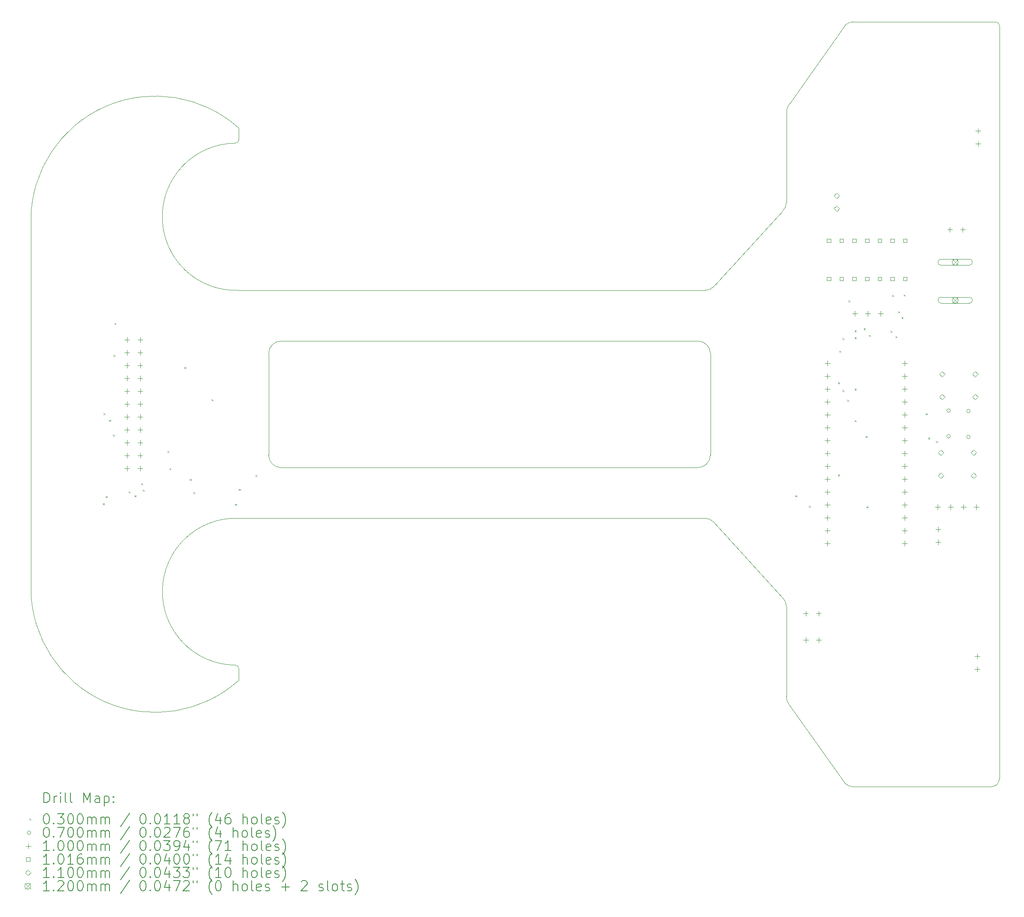
<source format=gbr>
%TF.GenerationSoftware,KiCad,Pcbnew,8.0.0*%
%TF.CreationDate,2024-03-17T01:00:04+02:00*%
%TF.ProjectId,FollowTheLine,466f6c6c-6f77-4546-9865-4c696e652e6b,rev?*%
%TF.SameCoordinates,Original*%
%TF.FileFunction,Drillmap*%
%TF.FilePolarity,Positive*%
%FSLAX45Y45*%
G04 Gerber Fmt 4.5, Leading zero omitted, Abs format (unit mm)*
G04 Created by KiCad (PCBNEW 8.0.0) date 2024-03-17 01:00:04*
%MOMM*%
%LPD*%
G01*
G04 APERTURE LIST*
%ADD10C,0.050000*%
%ADD11C,0.200000*%
%ADD12C,0.100000*%
%ADD13C,0.101600*%
%ADD14C,0.110000*%
%ADD15C,0.120000*%
G04 APERTURE END LIST*
D10*
X24035363Y-16309363D02*
G75*
G02*
X23875363Y-16469363I-160003J3D01*
G01*
X19834246Y-4928948D02*
X19836988Y-3150804D01*
X19890642Y-14853545D02*
G75*
G02*
X19834486Y-14691696I197708J159265D01*
G01*
X20986559Y-1439756D02*
X19893142Y-2988955D01*
X20986559Y-1439756D02*
G75*
G02*
X21137063Y-1370501I175511J-183254D01*
G01*
X9623500Y-9920000D02*
X9623500Y-7920000D01*
X9035705Y-3698100D02*
G75*
G02*
X8968205Y-3765605I-67505J0D01*
G01*
X19836746Y-12918552D02*
X19834488Y-14691696D01*
X9035935Y-14368330D02*
G75*
G02*
X4935935Y-12568330I-1645737J1820822D01*
G01*
X18086000Y-7670000D02*
G75*
G02*
X18336000Y-7920000I0J-250000D01*
G01*
X9036000Y-6670000D02*
X18226007Y-6671836D01*
X18336000Y-9920000D02*
G75*
G02*
X18086000Y-10170000I-250000J0D01*
G01*
X23961000Y-1370000D02*
G75*
G02*
X24036000Y-1445000I0J-75000D01*
G01*
X9035903Y-11169158D02*
X18224948Y-11169254D01*
X4935935Y-5268330D02*
X4935935Y-12568330D01*
X24036000Y-1445000D02*
X24035363Y-16309363D01*
X23961000Y-1370000D02*
X21137064Y-1370503D01*
X9036000Y-6670000D02*
G75*
G02*
X8968205Y-3765600I-56597J1451670D01*
G01*
X18336000Y-7920000D02*
X18336000Y-9920000D01*
X9623500Y-7920000D02*
G75*
G02*
X9873500Y-7670000I250000J0D01*
G01*
X18410544Y-6590492D02*
G75*
G02*
X18226007Y-6671836I-182044J162992D01*
G01*
X19752902Y-5113485D02*
X18410544Y-6590492D01*
X21137064Y-16469497D02*
G75*
G02*
X20986560Y-16400243I24996J252487D01*
G01*
X9035935Y-3468330D02*
X9035705Y-3698100D01*
X18086000Y-7670000D02*
X9873500Y-7670000D01*
X9035705Y-14136060D02*
X9035935Y-14368330D01*
X19755402Y-12734015D02*
G75*
G02*
X19836747Y-12918552I-162992J-182045D01*
G01*
X23875363Y-16469363D02*
X21137064Y-16469497D01*
X19836988Y-3150804D02*
G75*
G02*
X19893144Y-2988957I253832J2594D01*
G01*
X9873500Y-10170000D02*
X18086000Y-10170000D01*
X19755402Y-12734015D02*
X18409485Y-11250598D01*
X20986559Y-16400244D02*
X19890642Y-14853545D01*
X4935935Y-5268330D02*
G75*
G02*
X9035935Y-3468330I2454263J-20821D01*
G01*
X8968205Y-14068560D02*
G75*
G02*
X9035700Y-14136060I5J-67490D01*
G01*
X18224948Y-11169254D02*
G75*
G02*
X18409487Y-11250596I2492J-244346D01*
G01*
X9873500Y-10170000D02*
G75*
G02*
X9623500Y-9920000I0J250000D01*
G01*
X8968205Y-14068560D02*
G75*
G02*
X9035903Y-11169158I11198J1450230D01*
G01*
X19834246Y-4928948D02*
G75*
G02*
X19752904Y-5113487I-244346J-2492D01*
G01*
D11*
D12*
X6355000Y-10872500D02*
X6385000Y-10902500D01*
X6385000Y-10872500D02*
X6355000Y-10902500D01*
X6370000Y-9092500D02*
X6400000Y-9122500D01*
X6400000Y-9092500D02*
X6370000Y-9122500D01*
X6410000Y-10732500D02*
X6440000Y-10762500D01*
X6440000Y-10732500D02*
X6410000Y-10762500D01*
X6480000Y-9225000D02*
X6510000Y-9255000D01*
X6510000Y-9225000D02*
X6480000Y-9255000D01*
X6557500Y-9517500D02*
X6587500Y-9547500D01*
X6587500Y-9517500D02*
X6557500Y-9547500D01*
X6565000Y-7945000D02*
X6595000Y-7975000D01*
X6595000Y-7945000D02*
X6565000Y-7975000D01*
X6585000Y-7312500D02*
X6615000Y-7342500D01*
X6615000Y-7312500D02*
X6585000Y-7342500D01*
X6865000Y-10640000D02*
X6895000Y-10670000D01*
X6895000Y-10640000D02*
X6865000Y-10670000D01*
X6977500Y-10716500D02*
X7007500Y-10746500D01*
X7007500Y-10716500D02*
X6977500Y-10746500D01*
X7110000Y-10480000D02*
X7140000Y-10510000D01*
X7140000Y-10480000D02*
X7110000Y-10510000D01*
X7145000Y-10605000D02*
X7175000Y-10635000D01*
X7175000Y-10605000D02*
X7145000Y-10635000D01*
X7632500Y-9837500D02*
X7662500Y-9867500D01*
X7662500Y-9837500D02*
X7632500Y-9867500D01*
X7670000Y-10182500D02*
X7700000Y-10212500D01*
X7700000Y-10182500D02*
X7670000Y-10212500D01*
X7962500Y-8185000D02*
X7992500Y-8215000D01*
X7992500Y-8185000D02*
X7962500Y-8215000D01*
X8072500Y-10392500D02*
X8102500Y-10422500D01*
X8102500Y-10392500D02*
X8072500Y-10422500D01*
X8140000Y-10652500D02*
X8170000Y-10682500D01*
X8170000Y-10652500D02*
X8140000Y-10682500D01*
X8497500Y-8820000D02*
X8527500Y-8850000D01*
X8527500Y-8820000D02*
X8497500Y-8850000D01*
X8960000Y-10885000D02*
X8990000Y-10915000D01*
X8990000Y-10885000D02*
X8960000Y-10915000D01*
X9037500Y-10590000D02*
X9067500Y-10620000D01*
X9067500Y-10590000D02*
X9037500Y-10620000D01*
X9365000Y-10312500D02*
X9395000Y-10342500D01*
X9395000Y-10312500D02*
X9365000Y-10342500D01*
X20007500Y-10715000D02*
X20037500Y-10745000D01*
X20037500Y-10715000D02*
X20007500Y-10745000D01*
X20277500Y-10922500D02*
X20307500Y-10952500D01*
X20307500Y-10922500D02*
X20277500Y-10952500D01*
X20850000Y-8482500D02*
X20880000Y-8512500D01*
X20880000Y-8482500D02*
X20850000Y-8512500D01*
X20850000Y-10305000D02*
X20880000Y-10335000D01*
X20880000Y-10305000D02*
X20850000Y-10335000D01*
X20875000Y-7862500D02*
X20905000Y-7892500D01*
X20905000Y-7862500D02*
X20875000Y-7892500D01*
X20940000Y-7615000D02*
X20970000Y-7645000D01*
X20970000Y-7615000D02*
X20940000Y-7645000D01*
X20940000Y-8637500D02*
X20970000Y-8667500D01*
X20970000Y-8637500D02*
X20940000Y-8667500D01*
X21032500Y-8832500D02*
X21062500Y-8862500D01*
X21062500Y-8832500D02*
X21032500Y-8862500D01*
X21060000Y-6867500D02*
X21090000Y-6897500D01*
X21090000Y-6867500D02*
X21060000Y-6897500D01*
X21180000Y-8610000D02*
X21210000Y-8640000D01*
X21210000Y-8610000D02*
X21180000Y-8640000D01*
X21180000Y-9232500D02*
X21210000Y-9262500D01*
X21210000Y-9232500D02*
X21180000Y-9262500D01*
X21182500Y-7462500D02*
X21212500Y-7492500D01*
X21212500Y-7462500D02*
X21182500Y-7492500D01*
X21182500Y-7597500D02*
X21212500Y-7627500D01*
X21212500Y-7597500D02*
X21182500Y-7627500D01*
X21360000Y-7417500D02*
X21390000Y-7447500D01*
X21390000Y-7417500D02*
X21360000Y-7447500D01*
X21397500Y-9547500D02*
X21427500Y-9577500D01*
X21427500Y-9547500D02*
X21397500Y-9577500D01*
X21412500Y-10937500D02*
X21442500Y-10967500D01*
X21442500Y-10937500D02*
X21412500Y-10967500D01*
X21462500Y-7547500D02*
X21492500Y-7577500D01*
X21492500Y-7547500D02*
X21462500Y-7577500D01*
X21887500Y-7470000D02*
X21917500Y-7500000D01*
X21917500Y-7470000D02*
X21887500Y-7500000D01*
X21917500Y-6760000D02*
X21947500Y-6790000D01*
X21947500Y-6760000D02*
X21917500Y-6790000D01*
X21985000Y-7575000D02*
X22015000Y-7605000D01*
X22015000Y-7575000D02*
X21985000Y-7605000D01*
X22037500Y-7082500D02*
X22067500Y-7112500D01*
X22067500Y-7082500D02*
X22037500Y-7112500D01*
X22105000Y-7197500D02*
X22135000Y-7227500D01*
X22135000Y-7197500D02*
X22105000Y-7227500D01*
X22147500Y-6752500D02*
X22177500Y-6782500D01*
X22177500Y-6752500D02*
X22147500Y-6782500D01*
X22582500Y-9100000D02*
X22612500Y-9130000D01*
X22612500Y-9100000D02*
X22582500Y-9130000D01*
X22627500Y-9575000D02*
X22657500Y-9605000D01*
X22657500Y-9575000D02*
X22627500Y-9605000D01*
X22785000Y-9645000D02*
X22815000Y-9675000D01*
X22815000Y-9645000D02*
X22785000Y-9675000D01*
X23067500Y-9043500D02*
G75*
G02*
X22997500Y-9043500I-35000J0D01*
G01*
X22997500Y-9043500D02*
G75*
G02*
X23067500Y-9043500I35000J0D01*
G01*
X23067500Y-9551500D02*
G75*
G02*
X22997500Y-9551500I-35000J0D01*
G01*
X22997500Y-9551500D02*
G75*
G02*
X23067500Y-9551500I35000J0D01*
G01*
X23457500Y-9053500D02*
G75*
G02*
X23387500Y-9053500I-35000J0D01*
G01*
X23387500Y-9053500D02*
G75*
G02*
X23457500Y-9053500I35000J0D01*
G01*
X23457500Y-9561500D02*
G75*
G02*
X23387500Y-9561500I-35000J0D01*
G01*
X23387500Y-9561500D02*
G75*
G02*
X23457500Y-9561500I35000J0D01*
G01*
X6828500Y-7597500D02*
X6828500Y-7697500D01*
X6778500Y-7647500D02*
X6878500Y-7647500D01*
X6828500Y-7851500D02*
X6828500Y-7951500D01*
X6778500Y-7901500D02*
X6878500Y-7901500D01*
X6828500Y-8105500D02*
X6828500Y-8205500D01*
X6778500Y-8155500D02*
X6878500Y-8155500D01*
X6828500Y-8359500D02*
X6828500Y-8459500D01*
X6778500Y-8409500D02*
X6878500Y-8409500D01*
X6828500Y-8613500D02*
X6828500Y-8713500D01*
X6778500Y-8663500D02*
X6878500Y-8663500D01*
X6828500Y-8867500D02*
X6828500Y-8967500D01*
X6778500Y-8917500D02*
X6878500Y-8917500D01*
X6828500Y-9121500D02*
X6828500Y-9221500D01*
X6778500Y-9171500D02*
X6878500Y-9171500D01*
X6828500Y-9375500D02*
X6828500Y-9475500D01*
X6778500Y-9425500D02*
X6878500Y-9425500D01*
X6828500Y-9629500D02*
X6828500Y-9729500D01*
X6778500Y-9679500D02*
X6878500Y-9679500D01*
X6828500Y-9883500D02*
X6828500Y-9983500D01*
X6778500Y-9933500D02*
X6878500Y-9933500D01*
X6828500Y-10137500D02*
X6828500Y-10237500D01*
X6778500Y-10187500D02*
X6878500Y-10187500D01*
X7091000Y-7598000D02*
X7091000Y-7698000D01*
X7041000Y-7648000D02*
X7141000Y-7648000D01*
X7091000Y-7852000D02*
X7091000Y-7952000D01*
X7041000Y-7902000D02*
X7141000Y-7902000D01*
X7091000Y-8106000D02*
X7091000Y-8206000D01*
X7041000Y-8156000D02*
X7141000Y-8156000D01*
X7091000Y-8360000D02*
X7091000Y-8460000D01*
X7041000Y-8410000D02*
X7141000Y-8410000D01*
X7091000Y-8614000D02*
X7091000Y-8714000D01*
X7041000Y-8664000D02*
X7141000Y-8664000D01*
X7091000Y-8868000D02*
X7091000Y-8968000D01*
X7041000Y-8918000D02*
X7141000Y-8918000D01*
X7091000Y-9122000D02*
X7091000Y-9222000D01*
X7041000Y-9172000D02*
X7141000Y-9172000D01*
X7091000Y-9376000D02*
X7091000Y-9476000D01*
X7041000Y-9426000D02*
X7141000Y-9426000D01*
X7091000Y-9630000D02*
X7091000Y-9730000D01*
X7041000Y-9680000D02*
X7141000Y-9680000D01*
X7091000Y-9884000D02*
X7091000Y-9984000D01*
X7041000Y-9934000D02*
X7141000Y-9934000D01*
X7091000Y-10138000D02*
X7091000Y-10238000D01*
X7041000Y-10188000D02*
X7141000Y-10188000D01*
X20215000Y-13000000D02*
X20215000Y-13100000D01*
X20165000Y-13050000D02*
X20265000Y-13050000D01*
X20218500Y-13522500D02*
X20218500Y-13622500D01*
X20168500Y-13572500D02*
X20268500Y-13572500D01*
X20469000Y-13000000D02*
X20469000Y-13100000D01*
X20419000Y-13050000D02*
X20519000Y-13050000D01*
X20472500Y-13522500D02*
X20472500Y-13622500D01*
X20422500Y-13572500D02*
X20522500Y-13572500D01*
X20638500Y-8057500D02*
X20638500Y-8157500D01*
X20588500Y-8107500D02*
X20688500Y-8107500D01*
X20638500Y-8311500D02*
X20638500Y-8411500D01*
X20588500Y-8361500D02*
X20688500Y-8361500D01*
X20638500Y-8565500D02*
X20638500Y-8665500D01*
X20588500Y-8615500D02*
X20688500Y-8615500D01*
X20638500Y-8819500D02*
X20638500Y-8919500D01*
X20588500Y-8869500D02*
X20688500Y-8869500D01*
X20638500Y-9073500D02*
X20638500Y-9173500D01*
X20588500Y-9123500D02*
X20688500Y-9123500D01*
X20638500Y-9327500D02*
X20638500Y-9427500D01*
X20588500Y-9377500D02*
X20688500Y-9377500D01*
X20638500Y-9581500D02*
X20638500Y-9681500D01*
X20588500Y-9631500D02*
X20688500Y-9631500D01*
X20638500Y-9835500D02*
X20638500Y-9935500D01*
X20588500Y-9885500D02*
X20688500Y-9885500D01*
X20638500Y-10089500D02*
X20638500Y-10189500D01*
X20588500Y-10139500D02*
X20688500Y-10139500D01*
X20638500Y-10343500D02*
X20638500Y-10443500D01*
X20588500Y-10393500D02*
X20688500Y-10393500D01*
X20638500Y-10597500D02*
X20638500Y-10697500D01*
X20588500Y-10647500D02*
X20688500Y-10647500D01*
X20638500Y-10851500D02*
X20638500Y-10951500D01*
X20588500Y-10901500D02*
X20688500Y-10901500D01*
X20638500Y-11105500D02*
X20638500Y-11205500D01*
X20588500Y-11155500D02*
X20688500Y-11155500D01*
X20638500Y-11359500D02*
X20638500Y-11459500D01*
X20588500Y-11409500D02*
X20688500Y-11409500D01*
X20638500Y-11613500D02*
X20638500Y-11713500D01*
X20588500Y-11663500D02*
X20688500Y-11663500D01*
X21182000Y-7080000D02*
X21182000Y-7180000D01*
X21132000Y-7130000D02*
X21232000Y-7130000D01*
X21436000Y-7080000D02*
X21436000Y-7180000D01*
X21386000Y-7130000D02*
X21486000Y-7130000D01*
X21690000Y-7080000D02*
X21690000Y-7180000D01*
X21640000Y-7130000D02*
X21740000Y-7130000D01*
X22162500Y-8057500D02*
X22162500Y-8157500D01*
X22112500Y-8107500D02*
X22212500Y-8107500D01*
X22162500Y-8311500D02*
X22162500Y-8411500D01*
X22112500Y-8361500D02*
X22212500Y-8361500D01*
X22162500Y-8565500D02*
X22162500Y-8665500D01*
X22112500Y-8615500D02*
X22212500Y-8615500D01*
X22162500Y-8819500D02*
X22162500Y-8919500D01*
X22112500Y-8869500D02*
X22212500Y-8869500D01*
X22162500Y-9073500D02*
X22162500Y-9173500D01*
X22112500Y-9123500D02*
X22212500Y-9123500D01*
X22162500Y-9327500D02*
X22162500Y-9427500D01*
X22112500Y-9377500D02*
X22212500Y-9377500D01*
X22162500Y-9581500D02*
X22162500Y-9681500D01*
X22112500Y-9631500D02*
X22212500Y-9631500D01*
X22162500Y-9835500D02*
X22162500Y-9935500D01*
X22112500Y-9885500D02*
X22212500Y-9885500D01*
X22162500Y-10089500D02*
X22162500Y-10189500D01*
X22112500Y-10139500D02*
X22212500Y-10139500D01*
X22162500Y-10343500D02*
X22162500Y-10443500D01*
X22112500Y-10393500D02*
X22212500Y-10393500D01*
X22162500Y-10597500D02*
X22162500Y-10697500D01*
X22112500Y-10647500D02*
X22212500Y-10647500D01*
X22162500Y-10851500D02*
X22162500Y-10951500D01*
X22112500Y-10901500D02*
X22212500Y-10901500D01*
X22162500Y-11105500D02*
X22162500Y-11205500D01*
X22112500Y-11155500D02*
X22212500Y-11155500D01*
X22162500Y-11359500D02*
X22162500Y-11459500D01*
X22112500Y-11409500D02*
X22212500Y-11409500D01*
X22162500Y-11613500D02*
X22162500Y-11713500D01*
X22112500Y-11663500D02*
X22212500Y-11663500D01*
X22821000Y-10895000D02*
X22821000Y-10995000D01*
X22771000Y-10945000D02*
X22871000Y-10945000D01*
X22825000Y-11337500D02*
X22825000Y-11437500D01*
X22775000Y-11387500D02*
X22875000Y-11387500D01*
X22825000Y-11591500D02*
X22825000Y-11691500D01*
X22775000Y-11641500D02*
X22875000Y-11641500D01*
X23058500Y-5422500D02*
X23058500Y-5522500D01*
X23008500Y-5472500D02*
X23108500Y-5472500D01*
X23075000Y-10895000D02*
X23075000Y-10995000D01*
X23025000Y-10945000D02*
X23125000Y-10945000D01*
X23312500Y-5422500D02*
X23312500Y-5522500D01*
X23262500Y-5472500D02*
X23362500Y-5472500D01*
X23329000Y-10895000D02*
X23329000Y-10995000D01*
X23279000Y-10945000D02*
X23379000Y-10945000D01*
X23583000Y-10895000D02*
X23583000Y-10995000D01*
X23533000Y-10945000D02*
X23633000Y-10945000D01*
X23600000Y-13843500D02*
X23600000Y-13943500D01*
X23550000Y-13893500D02*
X23650000Y-13893500D01*
X23600000Y-14097500D02*
X23600000Y-14197500D01*
X23550000Y-14147500D02*
X23650000Y-14147500D01*
X23615000Y-3475000D02*
X23615000Y-3575000D01*
X23565000Y-3525000D02*
X23665000Y-3525000D01*
X23615000Y-3729000D02*
X23615000Y-3829000D01*
X23565000Y-3779000D02*
X23665000Y-3779000D01*
D13*
X20708921Y-5726921D02*
X20708921Y-5655079D01*
X20637079Y-5655079D01*
X20637079Y-5726921D01*
X20708921Y-5726921D01*
X20708921Y-6476921D02*
X20708921Y-6405079D01*
X20637079Y-6405079D01*
X20637079Y-6476921D01*
X20708921Y-6476921D01*
X20958921Y-5726921D02*
X20958921Y-5655079D01*
X20887079Y-5655079D01*
X20887079Y-5726921D01*
X20958921Y-5726921D01*
X20958921Y-6476921D02*
X20958921Y-6405079D01*
X20887079Y-6405079D01*
X20887079Y-6476921D01*
X20958921Y-6476921D01*
X21208921Y-5726921D02*
X21208921Y-5655079D01*
X21137079Y-5655079D01*
X21137079Y-5726921D01*
X21208921Y-5726921D01*
X21208921Y-6476921D02*
X21208921Y-6405079D01*
X21137079Y-6405079D01*
X21137079Y-6476921D01*
X21208921Y-6476921D01*
X21458921Y-5726921D02*
X21458921Y-5655079D01*
X21387079Y-5655079D01*
X21387079Y-5726921D01*
X21458921Y-5726921D01*
X21458921Y-6476921D02*
X21458921Y-6405079D01*
X21387079Y-6405079D01*
X21387079Y-6476921D01*
X21458921Y-6476921D01*
X21708921Y-5726921D02*
X21708921Y-5655079D01*
X21637079Y-5655079D01*
X21637079Y-5726921D01*
X21708921Y-5726921D01*
X21708921Y-6476921D02*
X21708921Y-6405079D01*
X21637079Y-6405079D01*
X21637079Y-6476921D01*
X21708921Y-6476921D01*
X21958921Y-5726921D02*
X21958921Y-5655079D01*
X21887079Y-5655079D01*
X21887079Y-5726921D01*
X21958921Y-5726921D01*
X21958921Y-6476921D02*
X21958921Y-6405079D01*
X21887079Y-6405079D01*
X21887079Y-6476921D01*
X21958921Y-6476921D01*
X22208921Y-5726921D02*
X22208921Y-5655079D01*
X22137079Y-5655079D01*
X22137079Y-5726921D01*
X22208921Y-5726921D01*
X22208921Y-6476921D02*
X22208921Y-6405079D01*
X22137079Y-6405079D01*
X22137079Y-6476921D01*
X22208921Y-6476921D01*
D14*
X20827500Y-4856000D02*
X20882500Y-4801000D01*
X20827500Y-4746000D01*
X20772500Y-4801000D01*
X20827500Y-4856000D01*
X20827500Y-5110000D02*
X20882500Y-5055000D01*
X20827500Y-5000000D01*
X20772500Y-5055000D01*
X20827500Y-5110000D01*
X22877500Y-9930000D02*
X22932500Y-9875000D01*
X22877500Y-9820000D01*
X22822500Y-9875000D01*
X22877500Y-9930000D01*
X22877500Y-10380000D02*
X22932500Y-10325000D01*
X22877500Y-10270000D01*
X22822500Y-10325000D01*
X22877500Y-10380000D01*
X22905000Y-8377500D02*
X22960000Y-8322500D01*
X22905000Y-8267500D01*
X22850000Y-8322500D01*
X22905000Y-8377500D01*
X22905000Y-8827500D02*
X22960000Y-8772500D01*
X22905000Y-8717500D01*
X22850000Y-8772500D01*
X22905000Y-8827500D01*
X23527500Y-9930000D02*
X23582500Y-9875000D01*
X23527500Y-9820000D01*
X23472500Y-9875000D01*
X23527500Y-9930000D01*
X23527500Y-10380000D02*
X23582500Y-10325000D01*
X23527500Y-10270000D01*
X23472500Y-10325000D01*
X23527500Y-10380000D01*
X23555000Y-8377500D02*
X23610000Y-8322500D01*
X23555000Y-8267500D01*
X23500000Y-8322500D01*
X23555000Y-8377500D01*
X23555000Y-8827500D02*
X23610000Y-8772500D01*
X23555000Y-8717500D01*
X23500000Y-8772500D01*
X23555000Y-8827500D01*
D15*
X23102500Y-6055000D02*
X23222500Y-6175000D01*
X23222500Y-6055000D02*
X23102500Y-6175000D01*
X23222500Y-6115000D02*
G75*
G02*
X23102500Y-6115000I-60000J0D01*
G01*
X23102500Y-6115000D02*
G75*
G02*
X23222500Y-6115000I60000J0D01*
G01*
D12*
X22882500Y-6175000D02*
X23442500Y-6175000D01*
X23442500Y-6055000D02*
G75*
G02*
X23442500Y-6175000I0J-60000D01*
G01*
X23442500Y-6055000D02*
X22882500Y-6055000D01*
X22882500Y-6055000D02*
G75*
G03*
X22882500Y-6175000I0J-60000D01*
G01*
D15*
X23102500Y-6805000D02*
X23222500Y-6925000D01*
X23222500Y-6805000D02*
X23102500Y-6925000D01*
X23222500Y-6865000D02*
G75*
G02*
X23102500Y-6865000I-60000J0D01*
G01*
X23102500Y-6865000D02*
G75*
G02*
X23222500Y-6865000I60000J0D01*
G01*
D12*
X22882500Y-6925000D02*
X23442500Y-6925000D01*
X23442500Y-6805000D02*
G75*
G02*
X23442500Y-6925000I0J-60000D01*
G01*
X23442500Y-6805000D02*
X22882500Y-6805000D01*
X22882500Y-6805000D02*
G75*
G03*
X22882500Y-6925000I0J-60000D01*
G01*
D11*
X5194212Y-16783481D02*
X5194212Y-16583480D01*
X5194212Y-16583480D02*
X5241831Y-16583480D01*
X5241831Y-16583480D02*
X5270402Y-16593004D01*
X5270402Y-16593004D02*
X5289450Y-16612052D01*
X5289450Y-16612052D02*
X5298974Y-16631099D01*
X5298974Y-16631099D02*
X5308497Y-16669195D01*
X5308497Y-16669195D02*
X5308497Y-16697766D01*
X5308497Y-16697766D02*
X5298974Y-16735861D01*
X5298974Y-16735861D02*
X5289450Y-16754909D01*
X5289450Y-16754909D02*
X5270402Y-16773957D01*
X5270402Y-16773957D02*
X5241831Y-16783481D01*
X5241831Y-16783481D02*
X5194212Y-16783481D01*
X5394212Y-16783481D02*
X5394212Y-16650147D01*
X5394212Y-16688242D02*
X5403735Y-16669195D01*
X5403735Y-16669195D02*
X5413259Y-16659671D01*
X5413259Y-16659671D02*
X5432307Y-16650147D01*
X5432307Y-16650147D02*
X5451355Y-16650147D01*
X5518021Y-16783481D02*
X5518021Y-16650147D01*
X5518021Y-16583480D02*
X5508497Y-16593004D01*
X5508497Y-16593004D02*
X5518021Y-16602528D01*
X5518021Y-16602528D02*
X5527545Y-16593004D01*
X5527545Y-16593004D02*
X5518021Y-16583480D01*
X5518021Y-16583480D02*
X5518021Y-16602528D01*
X5641831Y-16783481D02*
X5622783Y-16773957D01*
X5622783Y-16773957D02*
X5613259Y-16754909D01*
X5613259Y-16754909D02*
X5613259Y-16583480D01*
X5746592Y-16783481D02*
X5727545Y-16773957D01*
X5727545Y-16773957D02*
X5718021Y-16754909D01*
X5718021Y-16754909D02*
X5718021Y-16583480D01*
X5975164Y-16783481D02*
X5975164Y-16583480D01*
X5975164Y-16583480D02*
X6041831Y-16726338D01*
X6041831Y-16726338D02*
X6108497Y-16583480D01*
X6108497Y-16583480D02*
X6108497Y-16783481D01*
X6289450Y-16783481D02*
X6289450Y-16678719D01*
X6289450Y-16678719D02*
X6279926Y-16659671D01*
X6279926Y-16659671D02*
X6260878Y-16650147D01*
X6260878Y-16650147D02*
X6222783Y-16650147D01*
X6222783Y-16650147D02*
X6203735Y-16659671D01*
X6289450Y-16773957D02*
X6270402Y-16783481D01*
X6270402Y-16783481D02*
X6222783Y-16783481D01*
X6222783Y-16783481D02*
X6203735Y-16773957D01*
X6203735Y-16773957D02*
X6194212Y-16754909D01*
X6194212Y-16754909D02*
X6194212Y-16735861D01*
X6194212Y-16735861D02*
X6203735Y-16716814D01*
X6203735Y-16716814D02*
X6222783Y-16707290D01*
X6222783Y-16707290D02*
X6270402Y-16707290D01*
X6270402Y-16707290D02*
X6289450Y-16697766D01*
X6384688Y-16650147D02*
X6384688Y-16850147D01*
X6384688Y-16659671D02*
X6403735Y-16650147D01*
X6403735Y-16650147D02*
X6441831Y-16650147D01*
X6441831Y-16650147D02*
X6460878Y-16659671D01*
X6460878Y-16659671D02*
X6470402Y-16669195D01*
X6470402Y-16669195D02*
X6479926Y-16688242D01*
X6479926Y-16688242D02*
X6479926Y-16745385D01*
X6479926Y-16745385D02*
X6470402Y-16764433D01*
X6470402Y-16764433D02*
X6460878Y-16773957D01*
X6460878Y-16773957D02*
X6441831Y-16783481D01*
X6441831Y-16783481D02*
X6403735Y-16783481D01*
X6403735Y-16783481D02*
X6384688Y-16773957D01*
X6565640Y-16764433D02*
X6575164Y-16773957D01*
X6575164Y-16773957D02*
X6565640Y-16783481D01*
X6565640Y-16783481D02*
X6556116Y-16773957D01*
X6556116Y-16773957D02*
X6565640Y-16764433D01*
X6565640Y-16764433D02*
X6565640Y-16783481D01*
X6565640Y-16659671D02*
X6575164Y-16669195D01*
X6575164Y-16669195D02*
X6565640Y-16678719D01*
X6565640Y-16678719D02*
X6556116Y-16669195D01*
X6556116Y-16669195D02*
X6565640Y-16659671D01*
X6565640Y-16659671D02*
X6565640Y-16678719D01*
D12*
X4903435Y-17096997D02*
X4933435Y-17126997D01*
X4933435Y-17096997D02*
X4903435Y-17126997D01*
D11*
X5232307Y-17003481D02*
X5251355Y-17003481D01*
X5251355Y-17003481D02*
X5270402Y-17013004D01*
X5270402Y-17013004D02*
X5279926Y-17022528D01*
X5279926Y-17022528D02*
X5289450Y-17041576D01*
X5289450Y-17041576D02*
X5298974Y-17079671D01*
X5298974Y-17079671D02*
X5298974Y-17127290D01*
X5298974Y-17127290D02*
X5289450Y-17165385D01*
X5289450Y-17165385D02*
X5279926Y-17184433D01*
X5279926Y-17184433D02*
X5270402Y-17193957D01*
X5270402Y-17193957D02*
X5251355Y-17203481D01*
X5251355Y-17203481D02*
X5232307Y-17203481D01*
X5232307Y-17203481D02*
X5213259Y-17193957D01*
X5213259Y-17193957D02*
X5203735Y-17184433D01*
X5203735Y-17184433D02*
X5194212Y-17165385D01*
X5194212Y-17165385D02*
X5184688Y-17127290D01*
X5184688Y-17127290D02*
X5184688Y-17079671D01*
X5184688Y-17079671D02*
X5194212Y-17041576D01*
X5194212Y-17041576D02*
X5203735Y-17022528D01*
X5203735Y-17022528D02*
X5213259Y-17013004D01*
X5213259Y-17013004D02*
X5232307Y-17003481D01*
X5384688Y-17184433D02*
X5394212Y-17193957D01*
X5394212Y-17193957D02*
X5384688Y-17203481D01*
X5384688Y-17203481D02*
X5375164Y-17193957D01*
X5375164Y-17193957D02*
X5384688Y-17184433D01*
X5384688Y-17184433D02*
X5384688Y-17203481D01*
X5460878Y-17003481D02*
X5584688Y-17003481D01*
X5584688Y-17003481D02*
X5518021Y-17079671D01*
X5518021Y-17079671D02*
X5546593Y-17079671D01*
X5546593Y-17079671D02*
X5565640Y-17089195D01*
X5565640Y-17089195D02*
X5575164Y-17098719D01*
X5575164Y-17098719D02*
X5584688Y-17117766D01*
X5584688Y-17117766D02*
X5584688Y-17165385D01*
X5584688Y-17165385D02*
X5575164Y-17184433D01*
X5575164Y-17184433D02*
X5565640Y-17193957D01*
X5565640Y-17193957D02*
X5546593Y-17203481D01*
X5546593Y-17203481D02*
X5489450Y-17203481D01*
X5489450Y-17203481D02*
X5470402Y-17193957D01*
X5470402Y-17193957D02*
X5460878Y-17184433D01*
X5708497Y-17003481D02*
X5727545Y-17003481D01*
X5727545Y-17003481D02*
X5746593Y-17013004D01*
X5746593Y-17013004D02*
X5756116Y-17022528D01*
X5756116Y-17022528D02*
X5765640Y-17041576D01*
X5765640Y-17041576D02*
X5775164Y-17079671D01*
X5775164Y-17079671D02*
X5775164Y-17127290D01*
X5775164Y-17127290D02*
X5765640Y-17165385D01*
X5765640Y-17165385D02*
X5756116Y-17184433D01*
X5756116Y-17184433D02*
X5746593Y-17193957D01*
X5746593Y-17193957D02*
X5727545Y-17203481D01*
X5727545Y-17203481D02*
X5708497Y-17203481D01*
X5708497Y-17203481D02*
X5689450Y-17193957D01*
X5689450Y-17193957D02*
X5679926Y-17184433D01*
X5679926Y-17184433D02*
X5670402Y-17165385D01*
X5670402Y-17165385D02*
X5660878Y-17127290D01*
X5660878Y-17127290D02*
X5660878Y-17079671D01*
X5660878Y-17079671D02*
X5670402Y-17041576D01*
X5670402Y-17041576D02*
X5679926Y-17022528D01*
X5679926Y-17022528D02*
X5689450Y-17013004D01*
X5689450Y-17013004D02*
X5708497Y-17003481D01*
X5898973Y-17003481D02*
X5918021Y-17003481D01*
X5918021Y-17003481D02*
X5937069Y-17013004D01*
X5937069Y-17013004D02*
X5946593Y-17022528D01*
X5946593Y-17022528D02*
X5956116Y-17041576D01*
X5956116Y-17041576D02*
X5965640Y-17079671D01*
X5965640Y-17079671D02*
X5965640Y-17127290D01*
X5965640Y-17127290D02*
X5956116Y-17165385D01*
X5956116Y-17165385D02*
X5946593Y-17184433D01*
X5946593Y-17184433D02*
X5937069Y-17193957D01*
X5937069Y-17193957D02*
X5918021Y-17203481D01*
X5918021Y-17203481D02*
X5898973Y-17203481D01*
X5898973Y-17203481D02*
X5879926Y-17193957D01*
X5879926Y-17193957D02*
X5870402Y-17184433D01*
X5870402Y-17184433D02*
X5860878Y-17165385D01*
X5860878Y-17165385D02*
X5851354Y-17127290D01*
X5851354Y-17127290D02*
X5851354Y-17079671D01*
X5851354Y-17079671D02*
X5860878Y-17041576D01*
X5860878Y-17041576D02*
X5870402Y-17022528D01*
X5870402Y-17022528D02*
X5879926Y-17013004D01*
X5879926Y-17013004D02*
X5898973Y-17003481D01*
X6051354Y-17203481D02*
X6051354Y-17070147D01*
X6051354Y-17089195D02*
X6060878Y-17079671D01*
X6060878Y-17079671D02*
X6079926Y-17070147D01*
X6079926Y-17070147D02*
X6108497Y-17070147D01*
X6108497Y-17070147D02*
X6127545Y-17079671D01*
X6127545Y-17079671D02*
X6137069Y-17098719D01*
X6137069Y-17098719D02*
X6137069Y-17203481D01*
X6137069Y-17098719D02*
X6146593Y-17079671D01*
X6146593Y-17079671D02*
X6165640Y-17070147D01*
X6165640Y-17070147D02*
X6194212Y-17070147D01*
X6194212Y-17070147D02*
X6213259Y-17079671D01*
X6213259Y-17079671D02*
X6222783Y-17098719D01*
X6222783Y-17098719D02*
X6222783Y-17203481D01*
X6318021Y-17203481D02*
X6318021Y-17070147D01*
X6318021Y-17089195D02*
X6327545Y-17079671D01*
X6327545Y-17079671D02*
X6346593Y-17070147D01*
X6346593Y-17070147D02*
X6375164Y-17070147D01*
X6375164Y-17070147D02*
X6394212Y-17079671D01*
X6394212Y-17079671D02*
X6403735Y-17098719D01*
X6403735Y-17098719D02*
X6403735Y-17203481D01*
X6403735Y-17098719D02*
X6413259Y-17079671D01*
X6413259Y-17079671D02*
X6432307Y-17070147D01*
X6432307Y-17070147D02*
X6460878Y-17070147D01*
X6460878Y-17070147D02*
X6479926Y-17079671D01*
X6479926Y-17079671D02*
X6489450Y-17098719D01*
X6489450Y-17098719D02*
X6489450Y-17203481D01*
X6879926Y-16993957D02*
X6708497Y-17251100D01*
X7137069Y-17003481D02*
X7156117Y-17003481D01*
X7156117Y-17003481D02*
X7175164Y-17013004D01*
X7175164Y-17013004D02*
X7184688Y-17022528D01*
X7184688Y-17022528D02*
X7194212Y-17041576D01*
X7194212Y-17041576D02*
X7203736Y-17079671D01*
X7203736Y-17079671D02*
X7203736Y-17127290D01*
X7203736Y-17127290D02*
X7194212Y-17165385D01*
X7194212Y-17165385D02*
X7184688Y-17184433D01*
X7184688Y-17184433D02*
X7175164Y-17193957D01*
X7175164Y-17193957D02*
X7156117Y-17203481D01*
X7156117Y-17203481D02*
X7137069Y-17203481D01*
X7137069Y-17203481D02*
X7118021Y-17193957D01*
X7118021Y-17193957D02*
X7108497Y-17184433D01*
X7108497Y-17184433D02*
X7098974Y-17165385D01*
X7098974Y-17165385D02*
X7089450Y-17127290D01*
X7089450Y-17127290D02*
X7089450Y-17079671D01*
X7089450Y-17079671D02*
X7098974Y-17041576D01*
X7098974Y-17041576D02*
X7108497Y-17022528D01*
X7108497Y-17022528D02*
X7118021Y-17013004D01*
X7118021Y-17013004D02*
X7137069Y-17003481D01*
X7289450Y-17184433D02*
X7298974Y-17193957D01*
X7298974Y-17193957D02*
X7289450Y-17203481D01*
X7289450Y-17203481D02*
X7279926Y-17193957D01*
X7279926Y-17193957D02*
X7289450Y-17184433D01*
X7289450Y-17184433D02*
X7289450Y-17203481D01*
X7422783Y-17003481D02*
X7441831Y-17003481D01*
X7441831Y-17003481D02*
X7460878Y-17013004D01*
X7460878Y-17013004D02*
X7470402Y-17022528D01*
X7470402Y-17022528D02*
X7479926Y-17041576D01*
X7479926Y-17041576D02*
X7489450Y-17079671D01*
X7489450Y-17079671D02*
X7489450Y-17127290D01*
X7489450Y-17127290D02*
X7479926Y-17165385D01*
X7479926Y-17165385D02*
X7470402Y-17184433D01*
X7470402Y-17184433D02*
X7460878Y-17193957D01*
X7460878Y-17193957D02*
X7441831Y-17203481D01*
X7441831Y-17203481D02*
X7422783Y-17203481D01*
X7422783Y-17203481D02*
X7403736Y-17193957D01*
X7403736Y-17193957D02*
X7394212Y-17184433D01*
X7394212Y-17184433D02*
X7384688Y-17165385D01*
X7384688Y-17165385D02*
X7375164Y-17127290D01*
X7375164Y-17127290D02*
X7375164Y-17079671D01*
X7375164Y-17079671D02*
X7384688Y-17041576D01*
X7384688Y-17041576D02*
X7394212Y-17022528D01*
X7394212Y-17022528D02*
X7403736Y-17013004D01*
X7403736Y-17013004D02*
X7422783Y-17003481D01*
X7679926Y-17203481D02*
X7565640Y-17203481D01*
X7622783Y-17203481D02*
X7622783Y-17003481D01*
X7622783Y-17003481D02*
X7603736Y-17032052D01*
X7603736Y-17032052D02*
X7584688Y-17051100D01*
X7584688Y-17051100D02*
X7565640Y-17060623D01*
X7870402Y-17203481D02*
X7756117Y-17203481D01*
X7813259Y-17203481D02*
X7813259Y-17003481D01*
X7813259Y-17003481D02*
X7794212Y-17032052D01*
X7794212Y-17032052D02*
X7775164Y-17051100D01*
X7775164Y-17051100D02*
X7756117Y-17060623D01*
X7984688Y-17089195D02*
X7965640Y-17079671D01*
X7965640Y-17079671D02*
X7956117Y-17070147D01*
X7956117Y-17070147D02*
X7946593Y-17051100D01*
X7946593Y-17051100D02*
X7946593Y-17041576D01*
X7946593Y-17041576D02*
X7956117Y-17022528D01*
X7956117Y-17022528D02*
X7965640Y-17013004D01*
X7965640Y-17013004D02*
X7984688Y-17003481D01*
X7984688Y-17003481D02*
X8022783Y-17003481D01*
X8022783Y-17003481D02*
X8041831Y-17013004D01*
X8041831Y-17013004D02*
X8051355Y-17022528D01*
X8051355Y-17022528D02*
X8060878Y-17041576D01*
X8060878Y-17041576D02*
X8060878Y-17051100D01*
X8060878Y-17051100D02*
X8051355Y-17070147D01*
X8051355Y-17070147D02*
X8041831Y-17079671D01*
X8041831Y-17079671D02*
X8022783Y-17089195D01*
X8022783Y-17089195D02*
X7984688Y-17089195D01*
X7984688Y-17089195D02*
X7965640Y-17098719D01*
X7965640Y-17098719D02*
X7956117Y-17108242D01*
X7956117Y-17108242D02*
X7946593Y-17127290D01*
X7946593Y-17127290D02*
X7946593Y-17165385D01*
X7946593Y-17165385D02*
X7956117Y-17184433D01*
X7956117Y-17184433D02*
X7965640Y-17193957D01*
X7965640Y-17193957D02*
X7984688Y-17203481D01*
X7984688Y-17203481D02*
X8022783Y-17203481D01*
X8022783Y-17203481D02*
X8041831Y-17193957D01*
X8041831Y-17193957D02*
X8051355Y-17184433D01*
X8051355Y-17184433D02*
X8060878Y-17165385D01*
X8060878Y-17165385D02*
X8060878Y-17127290D01*
X8060878Y-17127290D02*
X8051355Y-17108242D01*
X8051355Y-17108242D02*
X8041831Y-17098719D01*
X8041831Y-17098719D02*
X8022783Y-17089195D01*
X8137069Y-17003481D02*
X8137069Y-17041576D01*
X8213259Y-17003481D02*
X8213259Y-17041576D01*
X8508498Y-17279671D02*
X8498974Y-17270147D01*
X8498974Y-17270147D02*
X8479926Y-17241576D01*
X8479926Y-17241576D02*
X8470402Y-17222528D01*
X8470402Y-17222528D02*
X8460879Y-17193957D01*
X8460879Y-17193957D02*
X8451355Y-17146338D01*
X8451355Y-17146338D02*
X8451355Y-17108242D01*
X8451355Y-17108242D02*
X8460879Y-17060623D01*
X8460879Y-17060623D02*
X8470402Y-17032052D01*
X8470402Y-17032052D02*
X8479926Y-17013004D01*
X8479926Y-17013004D02*
X8498974Y-16984433D01*
X8498974Y-16984433D02*
X8508498Y-16974909D01*
X8670402Y-17070147D02*
X8670402Y-17203481D01*
X8622783Y-16993957D02*
X8575164Y-17136814D01*
X8575164Y-17136814D02*
X8698974Y-17136814D01*
X8860879Y-17003481D02*
X8822783Y-17003481D01*
X8822783Y-17003481D02*
X8803736Y-17013004D01*
X8803736Y-17013004D02*
X8794212Y-17022528D01*
X8794212Y-17022528D02*
X8775164Y-17051100D01*
X8775164Y-17051100D02*
X8765641Y-17089195D01*
X8765641Y-17089195D02*
X8765641Y-17165385D01*
X8765641Y-17165385D02*
X8775164Y-17184433D01*
X8775164Y-17184433D02*
X8784688Y-17193957D01*
X8784688Y-17193957D02*
X8803736Y-17203481D01*
X8803736Y-17203481D02*
X8841831Y-17203481D01*
X8841831Y-17203481D02*
X8860879Y-17193957D01*
X8860879Y-17193957D02*
X8870402Y-17184433D01*
X8870402Y-17184433D02*
X8879926Y-17165385D01*
X8879926Y-17165385D02*
X8879926Y-17117766D01*
X8879926Y-17117766D02*
X8870402Y-17098719D01*
X8870402Y-17098719D02*
X8860879Y-17089195D01*
X8860879Y-17089195D02*
X8841831Y-17079671D01*
X8841831Y-17079671D02*
X8803736Y-17079671D01*
X8803736Y-17079671D02*
X8784688Y-17089195D01*
X8784688Y-17089195D02*
X8775164Y-17098719D01*
X8775164Y-17098719D02*
X8765641Y-17117766D01*
X9118022Y-17203481D02*
X9118022Y-17003481D01*
X9203736Y-17203481D02*
X9203736Y-17098719D01*
X9203736Y-17098719D02*
X9194212Y-17079671D01*
X9194212Y-17079671D02*
X9175164Y-17070147D01*
X9175164Y-17070147D02*
X9146593Y-17070147D01*
X9146593Y-17070147D02*
X9127545Y-17079671D01*
X9127545Y-17079671D02*
X9118022Y-17089195D01*
X9327545Y-17203481D02*
X9308498Y-17193957D01*
X9308498Y-17193957D02*
X9298974Y-17184433D01*
X9298974Y-17184433D02*
X9289450Y-17165385D01*
X9289450Y-17165385D02*
X9289450Y-17108242D01*
X9289450Y-17108242D02*
X9298974Y-17089195D01*
X9298974Y-17089195D02*
X9308498Y-17079671D01*
X9308498Y-17079671D02*
X9327545Y-17070147D01*
X9327545Y-17070147D02*
X9356117Y-17070147D01*
X9356117Y-17070147D02*
X9375164Y-17079671D01*
X9375164Y-17079671D02*
X9384688Y-17089195D01*
X9384688Y-17089195D02*
X9394212Y-17108242D01*
X9394212Y-17108242D02*
X9394212Y-17165385D01*
X9394212Y-17165385D02*
X9384688Y-17184433D01*
X9384688Y-17184433D02*
X9375164Y-17193957D01*
X9375164Y-17193957D02*
X9356117Y-17203481D01*
X9356117Y-17203481D02*
X9327545Y-17203481D01*
X9508498Y-17203481D02*
X9489450Y-17193957D01*
X9489450Y-17193957D02*
X9479926Y-17174909D01*
X9479926Y-17174909D02*
X9479926Y-17003481D01*
X9660879Y-17193957D02*
X9641831Y-17203481D01*
X9641831Y-17203481D02*
X9603736Y-17203481D01*
X9603736Y-17203481D02*
X9584688Y-17193957D01*
X9584688Y-17193957D02*
X9575164Y-17174909D01*
X9575164Y-17174909D02*
X9575164Y-17098719D01*
X9575164Y-17098719D02*
X9584688Y-17079671D01*
X9584688Y-17079671D02*
X9603736Y-17070147D01*
X9603736Y-17070147D02*
X9641831Y-17070147D01*
X9641831Y-17070147D02*
X9660879Y-17079671D01*
X9660879Y-17079671D02*
X9670403Y-17098719D01*
X9670403Y-17098719D02*
X9670403Y-17117766D01*
X9670403Y-17117766D02*
X9575164Y-17136814D01*
X9746593Y-17193957D02*
X9765641Y-17203481D01*
X9765641Y-17203481D02*
X9803736Y-17203481D01*
X9803736Y-17203481D02*
X9822784Y-17193957D01*
X9822784Y-17193957D02*
X9832307Y-17174909D01*
X9832307Y-17174909D02*
X9832307Y-17165385D01*
X9832307Y-17165385D02*
X9822784Y-17146338D01*
X9822784Y-17146338D02*
X9803736Y-17136814D01*
X9803736Y-17136814D02*
X9775164Y-17136814D01*
X9775164Y-17136814D02*
X9756117Y-17127290D01*
X9756117Y-17127290D02*
X9746593Y-17108242D01*
X9746593Y-17108242D02*
X9746593Y-17098719D01*
X9746593Y-17098719D02*
X9756117Y-17079671D01*
X9756117Y-17079671D02*
X9775164Y-17070147D01*
X9775164Y-17070147D02*
X9803736Y-17070147D01*
X9803736Y-17070147D02*
X9822784Y-17079671D01*
X9898974Y-17279671D02*
X9908498Y-17270147D01*
X9908498Y-17270147D02*
X9927545Y-17241576D01*
X9927545Y-17241576D02*
X9937069Y-17222528D01*
X9937069Y-17222528D02*
X9946593Y-17193957D01*
X9946593Y-17193957D02*
X9956117Y-17146338D01*
X9956117Y-17146338D02*
X9956117Y-17108242D01*
X9956117Y-17108242D02*
X9946593Y-17060623D01*
X9946593Y-17060623D02*
X9937069Y-17032052D01*
X9937069Y-17032052D02*
X9927545Y-17013004D01*
X9927545Y-17013004D02*
X9908498Y-16984433D01*
X9908498Y-16984433D02*
X9898974Y-16974909D01*
D12*
X4933435Y-17375997D02*
G75*
G02*
X4863435Y-17375997I-35000J0D01*
G01*
X4863435Y-17375997D02*
G75*
G02*
X4933435Y-17375997I35000J0D01*
G01*
D11*
X5232307Y-17267481D02*
X5251355Y-17267481D01*
X5251355Y-17267481D02*
X5270402Y-17277004D01*
X5270402Y-17277004D02*
X5279926Y-17286528D01*
X5279926Y-17286528D02*
X5289450Y-17305576D01*
X5289450Y-17305576D02*
X5298974Y-17343671D01*
X5298974Y-17343671D02*
X5298974Y-17391290D01*
X5298974Y-17391290D02*
X5289450Y-17429385D01*
X5289450Y-17429385D02*
X5279926Y-17448433D01*
X5279926Y-17448433D02*
X5270402Y-17457957D01*
X5270402Y-17457957D02*
X5251355Y-17467481D01*
X5251355Y-17467481D02*
X5232307Y-17467481D01*
X5232307Y-17467481D02*
X5213259Y-17457957D01*
X5213259Y-17457957D02*
X5203735Y-17448433D01*
X5203735Y-17448433D02*
X5194212Y-17429385D01*
X5194212Y-17429385D02*
X5184688Y-17391290D01*
X5184688Y-17391290D02*
X5184688Y-17343671D01*
X5184688Y-17343671D02*
X5194212Y-17305576D01*
X5194212Y-17305576D02*
X5203735Y-17286528D01*
X5203735Y-17286528D02*
X5213259Y-17277004D01*
X5213259Y-17277004D02*
X5232307Y-17267481D01*
X5384688Y-17448433D02*
X5394212Y-17457957D01*
X5394212Y-17457957D02*
X5384688Y-17467481D01*
X5384688Y-17467481D02*
X5375164Y-17457957D01*
X5375164Y-17457957D02*
X5384688Y-17448433D01*
X5384688Y-17448433D02*
X5384688Y-17467481D01*
X5460878Y-17267481D02*
X5594212Y-17267481D01*
X5594212Y-17267481D02*
X5508497Y-17467481D01*
X5708497Y-17267481D02*
X5727545Y-17267481D01*
X5727545Y-17267481D02*
X5746593Y-17277004D01*
X5746593Y-17277004D02*
X5756116Y-17286528D01*
X5756116Y-17286528D02*
X5765640Y-17305576D01*
X5765640Y-17305576D02*
X5775164Y-17343671D01*
X5775164Y-17343671D02*
X5775164Y-17391290D01*
X5775164Y-17391290D02*
X5765640Y-17429385D01*
X5765640Y-17429385D02*
X5756116Y-17448433D01*
X5756116Y-17448433D02*
X5746593Y-17457957D01*
X5746593Y-17457957D02*
X5727545Y-17467481D01*
X5727545Y-17467481D02*
X5708497Y-17467481D01*
X5708497Y-17467481D02*
X5689450Y-17457957D01*
X5689450Y-17457957D02*
X5679926Y-17448433D01*
X5679926Y-17448433D02*
X5670402Y-17429385D01*
X5670402Y-17429385D02*
X5660878Y-17391290D01*
X5660878Y-17391290D02*
X5660878Y-17343671D01*
X5660878Y-17343671D02*
X5670402Y-17305576D01*
X5670402Y-17305576D02*
X5679926Y-17286528D01*
X5679926Y-17286528D02*
X5689450Y-17277004D01*
X5689450Y-17277004D02*
X5708497Y-17267481D01*
X5898973Y-17267481D02*
X5918021Y-17267481D01*
X5918021Y-17267481D02*
X5937069Y-17277004D01*
X5937069Y-17277004D02*
X5946593Y-17286528D01*
X5946593Y-17286528D02*
X5956116Y-17305576D01*
X5956116Y-17305576D02*
X5965640Y-17343671D01*
X5965640Y-17343671D02*
X5965640Y-17391290D01*
X5965640Y-17391290D02*
X5956116Y-17429385D01*
X5956116Y-17429385D02*
X5946593Y-17448433D01*
X5946593Y-17448433D02*
X5937069Y-17457957D01*
X5937069Y-17457957D02*
X5918021Y-17467481D01*
X5918021Y-17467481D02*
X5898973Y-17467481D01*
X5898973Y-17467481D02*
X5879926Y-17457957D01*
X5879926Y-17457957D02*
X5870402Y-17448433D01*
X5870402Y-17448433D02*
X5860878Y-17429385D01*
X5860878Y-17429385D02*
X5851354Y-17391290D01*
X5851354Y-17391290D02*
X5851354Y-17343671D01*
X5851354Y-17343671D02*
X5860878Y-17305576D01*
X5860878Y-17305576D02*
X5870402Y-17286528D01*
X5870402Y-17286528D02*
X5879926Y-17277004D01*
X5879926Y-17277004D02*
X5898973Y-17267481D01*
X6051354Y-17467481D02*
X6051354Y-17334147D01*
X6051354Y-17353195D02*
X6060878Y-17343671D01*
X6060878Y-17343671D02*
X6079926Y-17334147D01*
X6079926Y-17334147D02*
X6108497Y-17334147D01*
X6108497Y-17334147D02*
X6127545Y-17343671D01*
X6127545Y-17343671D02*
X6137069Y-17362719D01*
X6137069Y-17362719D02*
X6137069Y-17467481D01*
X6137069Y-17362719D02*
X6146593Y-17343671D01*
X6146593Y-17343671D02*
X6165640Y-17334147D01*
X6165640Y-17334147D02*
X6194212Y-17334147D01*
X6194212Y-17334147D02*
X6213259Y-17343671D01*
X6213259Y-17343671D02*
X6222783Y-17362719D01*
X6222783Y-17362719D02*
X6222783Y-17467481D01*
X6318021Y-17467481D02*
X6318021Y-17334147D01*
X6318021Y-17353195D02*
X6327545Y-17343671D01*
X6327545Y-17343671D02*
X6346593Y-17334147D01*
X6346593Y-17334147D02*
X6375164Y-17334147D01*
X6375164Y-17334147D02*
X6394212Y-17343671D01*
X6394212Y-17343671D02*
X6403735Y-17362719D01*
X6403735Y-17362719D02*
X6403735Y-17467481D01*
X6403735Y-17362719D02*
X6413259Y-17343671D01*
X6413259Y-17343671D02*
X6432307Y-17334147D01*
X6432307Y-17334147D02*
X6460878Y-17334147D01*
X6460878Y-17334147D02*
X6479926Y-17343671D01*
X6479926Y-17343671D02*
X6489450Y-17362719D01*
X6489450Y-17362719D02*
X6489450Y-17467481D01*
X6879926Y-17257957D02*
X6708497Y-17515100D01*
X7137069Y-17267481D02*
X7156117Y-17267481D01*
X7156117Y-17267481D02*
X7175164Y-17277004D01*
X7175164Y-17277004D02*
X7184688Y-17286528D01*
X7184688Y-17286528D02*
X7194212Y-17305576D01*
X7194212Y-17305576D02*
X7203736Y-17343671D01*
X7203736Y-17343671D02*
X7203736Y-17391290D01*
X7203736Y-17391290D02*
X7194212Y-17429385D01*
X7194212Y-17429385D02*
X7184688Y-17448433D01*
X7184688Y-17448433D02*
X7175164Y-17457957D01*
X7175164Y-17457957D02*
X7156117Y-17467481D01*
X7156117Y-17467481D02*
X7137069Y-17467481D01*
X7137069Y-17467481D02*
X7118021Y-17457957D01*
X7118021Y-17457957D02*
X7108497Y-17448433D01*
X7108497Y-17448433D02*
X7098974Y-17429385D01*
X7098974Y-17429385D02*
X7089450Y-17391290D01*
X7089450Y-17391290D02*
X7089450Y-17343671D01*
X7089450Y-17343671D02*
X7098974Y-17305576D01*
X7098974Y-17305576D02*
X7108497Y-17286528D01*
X7108497Y-17286528D02*
X7118021Y-17277004D01*
X7118021Y-17277004D02*
X7137069Y-17267481D01*
X7289450Y-17448433D02*
X7298974Y-17457957D01*
X7298974Y-17457957D02*
X7289450Y-17467481D01*
X7289450Y-17467481D02*
X7279926Y-17457957D01*
X7279926Y-17457957D02*
X7289450Y-17448433D01*
X7289450Y-17448433D02*
X7289450Y-17467481D01*
X7422783Y-17267481D02*
X7441831Y-17267481D01*
X7441831Y-17267481D02*
X7460878Y-17277004D01*
X7460878Y-17277004D02*
X7470402Y-17286528D01*
X7470402Y-17286528D02*
X7479926Y-17305576D01*
X7479926Y-17305576D02*
X7489450Y-17343671D01*
X7489450Y-17343671D02*
X7489450Y-17391290D01*
X7489450Y-17391290D02*
X7479926Y-17429385D01*
X7479926Y-17429385D02*
X7470402Y-17448433D01*
X7470402Y-17448433D02*
X7460878Y-17457957D01*
X7460878Y-17457957D02*
X7441831Y-17467481D01*
X7441831Y-17467481D02*
X7422783Y-17467481D01*
X7422783Y-17467481D02*
X7403736Y-17457957D01*
X7403736Y-17457957D02*
X7394212Y-17448433D01*
X7394212Y-17448433D02*
X7384688Y-17429385D01*
X7384688Y-17429385D02*
X7375164Y-17391290D01*
X7375164Y-17391290D02*
X7375164Y-17343671D01*
X7375164Y-17343671D02*
X7384688Y-17305576D01*
X7384688Y-17305576D02*
X7394212Y-17286528D01*
X7394212Y-17286528D02*
X7403736Y-17277004D01*
X7403736Y-17277004D02*
X7422783Y-17267481D01*
X7565640Y-17286528D02*
X7575164Y-17277004D01*
X7575164Y-17277004D02*
X7594212Y-17267481D01*
X7594212Y-17267481D02*
X7641831Y-17267481D01*
X7641831Y-17267481D02*
X7660878Y-17277004D01*
X7660878Y-17277004D02*
X7670402Y-17286528D01*
X7670402Y-17286528D02*
X7679926Y-17305576D01*
X7679926Y-17305576D02*
X7679926Y-17324623D01*
X7679926Y-17324623D02*
X7670402Y-17353195D01*
X7670402Y-17353195D02*
X7556117Y-17467481D01*
X7556117Y-17467481D02*
X7679926Y-17467481D01*
X7746593Y-17267481D02*
X7879926Y-17267481D01*
X7879926Y-17267481D02*
X7794212Y-17467481D01*
X8041831Y-17267481D02*
X8003736Y-17267481D01*
X8003736Y-17267481D02*
X7984688Y-17277004D01*
X7984688Y-17277004D02*
X7975164Y-17286528D01*
X7975164Y-17286528D02*
X7956117Y-17315100D01*
X7956117Y-17315100D02*
X7946593Y-17353195D01*
X7946593Y-17353195D02*
X7946593Y-17429385D01*
X7946593Y-17429385D02*
X7956117Y-17448433D01*
X7956117Y-17448433D02*
X7965640Y-17457957D01*
X7965640Y-17457957D02*
X7984688Y-17467481D01*
X7984688Y-17467481D02*
X8022783Y-17467481D01*
X8022783Y-17467481D02*
X8041831Y-17457957D01*
X8041831Y-17457957D02*
X8051355Y-17448433D01*
X8051355Y-17448433D02*
X8060878Y-17429385D01*
X8060878Y-17429385D02*
X8060878Y-17381766D01*
X8060878Y-17381766D02*
X8051355Y-17362719D01*
X8051355Y-17362719D02*
X8041831Y-17353195D01*
X8041831Y-17353195D02*
X8022783Y-17343671D01*
X8022783Y-17343671D02*
X7984688Y-17343671D01*
X7984688Y-17343671D02*
X7965640Y-17353195D01*
X7965640Y-17353195D02*
X7956117Y-17362719D01*
X7956117Y-17362719D02*
X7946593Y-17381766D01*
X8137069Y-17267481D02*
X8137069Y-17305576D01*
X8213259Y-17267481D02*
X8213259Y-17305576D01*
X8508498Y-17543671D02*
X8498974Y-17534147D01*
X8498974Y-17534147D02*
X8479926Y-17505576D01*
X8479926Y-17505576D02*
X8470402Y-17486528D01*
X8470402Y-17486528D02*
X8460879Y-17457957D01*
X8460879Y-17457957D02*
X8451355Y-17410338D01*
X8451355Y-17410338D02*
X8451355Y-17372242D01*
X8451355Y-17372242D02*
X8460879Y-17324623D01*
X8460879Y-17324623D02*
X8470402Y-17296052D01*
X8470402Y-17296052D02*
X8479926Y-17277004D01*
X8479926Y-17277004D02*
X8498974Y-17248433D01*
X8498974Y-17248433D02*
X8508498Y-17238909D01*
X8670402Y-17334147D02*
X8670402Y-17467481D01*
X8622783Y-17257957D02*
X8575164Y-17400814D01*
X8575164Y-17400814D02*
X8698974Y-17400814D01*
X8927545Y-17467481D02*
X8927545Y-17267481D01*
X9013260Y-17467481D02*
X9013260Y-17362719D01*
X9013260Y-17362719D02*
X9003736Y-17343671D01*
X9003736Y-17343671D02*
X8984688Y-17334147D01*
X8984688Y-17334147D02*
X8956117Y-17334147D01*
X8956117Y-17334147D02*
X8937069Y-17343671D01*
X8937069Y-17343671D02*
X8927545Y-17353195D01*
X9137069Y-17467481D02*
X9118022Y-17457957D01*
X9118022Y-17457957D02*
X9108498Y-17448433D01*
X9108498Y-17448433D02*
X9098974Y-17429385D01*
X9098974Y-17429385D02*
X9098974Y-17372242D01*
X9098974Y-17372242D02*
X9108498Y-17353195D01*
X9108498Y-17353195D02*
X9118022Y-17343671D01*
X9118022Y-17343671D02*
X9137069Y-17334147D01*
X9137069Y-17334147D02*
X9165641Y-17334147D01*
X9165641Y-17334147D02*
X9184688Y-17343671D01*
X9184688Y-17343671D02*
X9194212Y-17353195D01*
X9194212Y-17353195D02*
X9203736Y-17372242D01*
X9203736Y-17372242D02*
X9203736Y-17429385D01*
X9203736Y-17429385D02*
X9194212Y-17448433D01*
X9194212Y-17448433D02*
X9184688Y-17457957D01*
X9184688Y-17457957D02*
X9165641Y-17467481D01*
X9165641Y-17467481D02*
X9137069Y-17467481D01*
X9318022Y-17467481D02*
X9298974Y-17457957D01*
X9298974Y-17457957D02*
X9289450Y-17438909D01*
X9289450Y-17438909D02*
X9289450Y-17267481D01*
X9470403Y-17457957D02*
X9451355Y-17467481D01*
X9451355Y-17467481D02*
X9413260Y-17467481D01*
X9413260Y-17467481D02*
X9394212Y-17457957D01*
X9394212Y-17457957D02*
X9384688Y-17438909D01*
X9384688Y-17438909D02*
X9384688Y-17362719D01*
X9384688Y-17362719D02*
X9394212Y-17343671D01*
X9394212Y-17343671D02*
X9413260Y-17334147D01*
X9413260Y-17334147D02*
X9451355Y-17334147D01*
X9451355Y-17334147D02*
X9470403Y-17343671D01*
X9470403Y-17343671D02*
X9479926Y-17362719D01*
X9479926Y-17362719D02*
X9479926Y-17381766D01*
X9479926Y-17381766D02*
X9384688Y-17400814D01*
X9556117Y-17457957D02*
X9575164Y-17467481D01*
X9575164Y-17467481D02*
X9613260Y-17467481D01*
X9613260Y-17467481D02*
X9632307Y-17457957D01*
X9632307Y-17457957D02*
X9641831Y-17438909D01*
X9641831Y-17438909D02*
X9641831Y-17429385D01*
X9641831Y-17429385D02*
X9632307Y-17410338D01*
X9632307Y-17410338D02*
X9613260Y-17400814D01*
X9613260Y-17400814D02*
X9584688Y-17400814D01*
X9584688Y-17400814D02*
X9565641Y-17391290D01*
X9565641Y-17391290D02*
X9556117Y-17372242D01*
X9556117Y-17372242D02*
X9556117Y-17362719D01*
X9556117Y-17362719D02*
X9565641Y-17343671D01*
X9565641Y-17343671D02*
X9584688Y-17334147D01*
X9584688Y-17334147D02*
X9613260Y-17334147D01*
X9613260Y-17334147D02*
X9632307Y-17343671D01*
X9708498Y-17543671D02*
X9718022Y-17534147D01*
X9718022Y-17534147D02*
X9737069Y-17505576D01*
X9737069Y-17505576D02*
X9746593Y-17486528D01*
X9746593Y-17486528D02*
X9756117Y-17457957D01*
X9756117Y-17457957D02*
X9765641Y-17410338D01*
X9765641Y-17410338D02*
X9765641Y-17372242D01*
X9765641Y-17372242D02*
X9756117Y-17324623D01*
X9756117Y-17324623D02*
X9746593Y-17296052D01*
X9746593Y-17296052D02*
X9737069Y-17277004D01*
X9737069Y-17277004D02*
X9718022Y-17248433D01*
X9718022Y-17248433D02*
X9708498Y-17238909D01*
D12*
X4883435Y-17589997D02*
X4883435Y-17689997D01*
X4833435Y-17639997D02*
X4933435Y-17639997D01*
D11*
X5298974Y-17731481D02*
X5184688Y-17731481D01*
X5241831Y-17731481D02*
X5241831Y-17531481D01*
X5241831Y-17531481D02*
X5222783Y-17560052D01*
X5222783Y-17560052D02*
X5203735Y-17579100D01*
X5203735Y-17579100D02*
X5184688Y-17588623D01*
X5384688Y-17712433D02*
X5394212Y-17721957D01*
X5394212Y-17721957D02*
X5384688Y-17731481D01*
X5384688Y-17731481D02*
X5375164Y-17721957D01*
X5375164Y-17721957D02*
X5384688Y-17712433D01*
X5384688Y-17712433D02*
X5384688Y-17731481D01*
X5518021Y-17531481D02*
X5537069Y-17531481D01*
X5537069Y-17531481D02*
X5556116Y-17541004D01*
X5556116Y-17541004D02*
X5565640Y-17550528D01*
X5565640Y-17550528D02*
X5575164Y-17569576D01*
X5575164Y-17569576D02*
X5584688Y-17607671D01*
X5584688Y-17607671D02*
X5584688Y-17655290D01*
X5584688Y-17655290D02*
X5575164Y-17693385D01*
X5575164Y-17693385D02*
X5565640Y-17712433D01*
X5565640Y-17712433D02*
X5556116Y-17721957D01*
X5556116Y-17721957D02*
X5537069Y-17731481D01*
X5537069Y-17731481D02*
X5518021Y-17731481D01*
X5518021Y-17731481D02*
X5498974Y-17721957D01*
X5498974Y-17721957D02*
X5489450Y-17712433D01*
X5489450Y-17712433D02*
X5479926Y-17693385D01*
X5479926Y-17693385D02*
X5470402Y-17655290D01*
X5470402Y-17655290D02*
X5470402Y-17607671D01*
X5470402Y-17607671D02*
X5479926Y-17569576D01*
X5479926Y-17569576D02*
X5489450Y-17550528D01*
X5489450Y-17550528D02*
X5498974Y-17541004D01*
X5498974Y-17541004D02*
X5518021Y-17531481D01*
X5708497Y-17531481D02*
X5727545Y-17531481D01*
X5727545Y-17531481D02*
X5746593Y-17541004D01*
X5746593Y-17541004D02*
X5756116Y-17550528D01*
X5756116Y-17550528D02*
X5765640Y-17569576D01*
X5765640Y-17569576D02*
X5775164Y-17607671D01*
X5775164Y-17607671D02*
X5775164Y-17655290D01*
X5775164Y-17655290D02*
X5765640Y-17693385D01*
X5765640Y-17693385D02*
X5756116Y-17712433D01*
X5756116Y-17712433D02*
X5746593Y-17721957D01*
X5746593Y-17721957D02*
X5727545Y-17731481D01*
X5727545Y-17731481D02*
X5708497Y-17731481D01*
X5708497Y-17731481D02*
X5689450Y-17721957D01*
X5689450Y-17721957D02*
X5679926Y-17712433D01*
X5679926Y-17712433D02*
X5670402Y-17693385D01*
X5670402Y-17693385D02*
X5660878Y-17655290D01*
X5660878Y-17655290D02*
X5660878Y-17607671D01*
X5660878Y-17607671D02*
X5670402Y-17569576D01*
X5670402Y-17569576D02*
X5679926Y-17550528D01*
X5679926Y-17550528D02*
X5689450Y-17541004D01*
X5689450Y-17541004D02*
X5708497Y-17531481D01*
X5898973Y-17531481D02*
X5918021Y-17531481D01*
X5918021Y-17531481D02*
X5937069Y-17541004D01*
X5937069Y-17541004D02*
X5946593Y-17550528D01*
X5946593Y-17550528D02*
X5956116Y-17569576D01*
X5956116Y-17569576D02*
X5965640Y-17607671D01*
X5965640Y-17607671D02*
X5965640Y-17655290D01*
X5965640Y-17655290D02*
X5956116Y-17693385D01*
X5956116Y-17693385D02*
X5946593Y-17712433D01*
X5946593Y-17712433D02*
X5937069Y-17721957D01*
X5937069Y-17721957D02*
X5918021Y-17731481D01*
X5918021Y-17731481D02*
X5898973Y-17731481D01*
X5898973Y-17731481D02*
X5879926Y-17721957D01*
X5879926Y-17721957D02*
X5870402Y-17712433D01*
X5870402Y-17712433D02*
X5860878Y-17693385D01*
X5860878Y-17693385D02*
X5851354Y-17655290D01*
X5851354Y-17655290D02*
X5851354Y-17607671D01*
X5851354Y-17607671D02*
X5860878Y-17569576D01*
X5860878Y-17569576D02*
X5870402Y-17550528D01*
X5870402Y-17550528D02*
X5879926Y-17541004D01*
X5879926Y-17541004D02*
X5898973Y-17531481D01*
X6051354Y-17731481D02*
X6051354Y-17598147D01*
X6051354Y-17617195D02*
X6060878Y-17607671D01*
X6060878Y-17607671D02*
X6079926Y-17598147D01*
X6079926Y-17598147D02*
X6108497Y-17598147D01*
X6108497Y-17598147D02*
X6127545Y-17607671D01*
X6127545Y-17607671D02*
X6137069Y-17626719D01*
X6137069Y-17626719D02*
X6137069Y-17731481D01*
X6137069Y-17626719D02*
X6146593Y-17607671D01*
X6146593Y-17607671D02*
X6165640Y-17598147D01*
X6165640Y-17598147D02*
X6194212Y-17598147D01*
X6194212Y-17598147D02*
X6213259Y-17607671D01*
X6213259Y-17607671D02*
X6222783Y-17626719D01*
X6222783Y-17626719D02*
X6222783Y-17731481D01*
X6318021Y-17731481D02*
X6318021Y-17598147D01*
X6318021Y-17617195D02*
X6327545Y-17607671D01*
X6327545Y-17607671D02*
X6346593Y-17598147D01*
X6346593Y-17598147D02*
X6375164Y-17598147D01*
X6375164Y-17598147D02*
X6394212Y-17607671D01*
X6394212Y-17607671D02*
X6403735Y-17626719D01*
X6403735Y-17626719D02*
X6403735Y-17731481D01*
X6403735Y-17626719D02*
X6413259Y-17607671D01*
X6413259Y-17607671D02*
X6432307Y-17598147D01*
X6432307Y-17598147D02*
X6460878Y-17598147D01*
X6460878Y-17598147D02*
X6479926Y-17607671D01*
X6479926Y-17607671D02*
X6489450Y-17626719D01*
X6489450Y-17626719D02*
X6489450Y-17731481D01*
X6879926Y-17521957D02*
X6708497Y-17779100D01*
X7137069Y-17531481D02*
X7156117Y-17531481D01*
X7156117Y-17531481D02*
X7175164Y-17541004D01*
X7175164Y-17541004D02*
X7184688Y-17550528D01*
X7184688Y-17550528D02*
X7194212Y-17569576D01*
X7194212Y-17569576D02*
X7203736Y-17607671D01*
X7203736Y-17607671D02*
X7203736Y-17655290D01*
X7203736Y-17655290D02*
X7194212Y-17693385D01*
X7194212Y-17693385D02*
X7184688Y-17712433D01*
X7184688Y-17712433D02*
X7175164Y-17721957D01*
X7175164Y-17721957D02*
X7156117Y-17731481D01*
X7156117Y-17731481D02*
X7137069Y-17731481D01*
X7137069Y-17731481D02*
X7118021Y-17721957D01*
X7118021Y-17721957D02*
X7108497Y-17712433D01*
X7108497Y-17712433D02*
X7098974Y-17693385D01*
X7098974Y-17693385D02*
X7089450Y-17655290D01*
X7089450Y-17655290D02*
X7089450Y-17607671D01*
X7089450Y-17607671D02*
X7098974Y-17569576D01*
X7098974Y-17569576D02*
X7108497Y-17550528D01*
X7108497Y-17550528D02*
X7118021Y-17541004D01*
X7118021Y-17541004D02*
X7137069Y-17531481D01*
X7289450Y-17712433D02*
X7298974Y-17721957D01*
X7298974Y-17721957D02*
X7289450Y-17731481D01*
X7289450Y-17731481D02*
X7279926Y-17721957D01*
X7279926Y-17721957D02*
X7289450Y-17712433D01*
X7289450Y-17712433D02*
X7289450Y-17731481D01*
X7422783Y-17531481D02*
X7441831Y-17531481D01*
X7441831Y-17531481D02*
X7460878Y-17541004D01*
X7460878Y-17541004D02*
X7470402Y-17550528D01*
X7470402Y-17550528D02*
X7479926Y-17569576D01*
X7479926Y-17569576D02*
X7489450Y-17607671D01*
X7489450Y-17607671D02*
X7489450Y-17655290D01*
X7489450Y-17655290D02*
X7479926Y-17693385D01*
X7479926Y-17693385D02*
X7470402Y-17712433D01*
X7470402Y-17712433D02*
X7460878Y-17721957D01*
X7460878Y-17721957D02*
X7441831Y-17731481D01*
X7441831Y-17731481D02*
X7422783Y-17731481D01*
X7422783Y-17731481D02*
X7403736Y-17721957D01*
X7403736Y-17721957D02*
X7394212Y-17712433D01*
X7394212Y-17712433D02*
X7384688Y-17693385D01*
X7384688Y-17693385D02*
X7375164Y-17655290D01*
X7375164Y-17655290D02*
X7375164Y-17607671D01*
X7375164Y-17607671D02*
X7384688Y-17569576D01*
X7384688Y-17569576D02*
X7394212Y-17550528D01*
X7394212Y-17550528D02*
X7403736Y-17541004D01*
X7403736Y-17541004D02*
X7422783Y-17531481D01*
X7556117Y-17531481D02*
X7679926Y-17531481D01*
X7679926Y-17531481D02*
X7613259Y-17607671D01*
X7613259Y-17607671D02*
X7641831Y-17607671D01*
X7641831Y-17607671D02*
X7660878Y-17617195D01*
X7660878Y-17617195D02*
X7670402Y-17626719D01*
X7670402Y-17626719D02*
X7679926Y-17645766D01*
X7679926Y-17645766D02*
X7679926Y-17693385D01*
X7679926Y-17693385D02*
X7670402Y-17712433D01*
X7670402Y-17712433D02*
X7660878Y-17721957D01*
X7660878Y-17721957D02*
X7641831Y-17731481D01*
X7641831Y-17731481D02*
X7584688Y-17731481D01*
X7584688Y-17731481D02*
X7565640Y-17721957D01*
X7565640Y-17721957D02*
X7556117Y-17712433D01*
X7775164Y-17731481D02*
X7813259Y-17731481D01*
X7813259Y-17731481D02*
X7832307Y-17721957D01*
X7832307Y-17721957D02*
X7841831Y-17712433D01*
X7841831Y-17712433D02*
X7860878Y-17683861D01*
X7860878Y-17683861D02*
X7870402Y-17645766D01*
X7870402Y-17645766D02*
X7870402Y-17569576D01*
X7870402Y-17569576D02*
X7860878Y-17550528D01*
X7860878Y-17550528D02*
X7851355Y-17541004D01*
X7851355Y-17541004D02*
X7832307Y-17531481D01*
X7832307Y-17531481D02*
X7794212Y-17531481D01*
X7794212Y-17531481D02*
X7775164Y-17541004D01*
X7775164Y-17541004D02*
X7765640Y-17550528D01*
X7765640Y-17550528D02*
X7756117Y-17569576D01*
X7756117Y-17569576D02*
X7756117Y-17617195D01*
X7756117Y-17617195D02*
X7765640Y-17636242D01*
X7765640Y-17636242D02*
X7775164Y-17645766D01*
X7775164Y-17645766D02*
X7794212Y-17655290D01*
X7794212Y-17655290D02*
X7832307Y-17655290D01*
X7832307Y-17655290D02*
X7851355Y-17645766D01*
X7851355Y-17645766D02*
X7860878Y-17636242D01*
X7860878Y-17636242D02*
X7870402Y-17617195D01*
X8041831Y-17598147D02*
X8041831Y-17731481D01*
X7994212Y-17521957D02*
X7946593Y-17664814D01*
X7946593Y-17664814D02*
X8070402Y-17664814D01*
X8137069Y-17531481D02*
X8137069Y-17569576D01*
X8213259Y-17531481D02*
X8213259Y-17569576D01*
X8508498Y-17807671D02*
X8498974Y-17798147D01*
X8498974Y-17798147D02*
X8479926Y-17769576D01*
X8479926Y-17769576D02*
X8470402Y-17750528D01*
X8470402Y-17750528D02*
X8460879Y-17721957D01*
X8460879Y-17721957D02*
X8451355Y-17674338D01*
X8451355Y-17674338D02*
X8451355Y-17636242D01*
X8451355Y-17636242D02*
X8460879Y-17588623D01*
X8460879Y-17588623D02*
X8470402Y-17560052D01*
X8470402Y-17560052D02*
X8479926Y-17541004D01*
X8479926Y-17541004D02*
X8498974Y-17512433D01*
X8498974Y-17512433D02*
X8508498Y-17502909D01*
X8565641Y-17531481D02*
X8698974Y-17531481D01*
X8698974Y-17531481D02*
X8613260Y-17731481D01*
X8879926Y-17731481D02*
X8765641Y-17731481D01*
X8822783Y-17731481D02*
X8822783Y-17531481D01*
X8822783Y-17531481D02*
X8803736Y-17560052D01*
X8803736Y-17560052D02*
X8784688Y-17579100D01*
X8784688Y-17579100D02*
X8765641Y-17588623D01*
X9118022Y-17731481D02*
X9118022Y-17531481D01*
X9203736Y-17731481D02*
X9203736Y-17626719D01*
X9203736Y-17626719D02*
X9194212Y-17607671D01*
X9194212Y-17607671D02*
X9175164Y-17598147D01*
X9175164Y-17598147D02*
X9146593Y-17598147D01*
X9146593Y-17598147D02*
X9127545Y-17607671D01*
X9127545Y-17607671D02*
X9118022Y-17617195D01*
X9327545Y-17731481D02*
X9308498Y-17721957D01*
X9308498Y-17721957D02*
X9298974Y-17712433D01*
X9298974Y-17712433D02*
X9289450Y-17693385D01*
X9289450Y-17693385D02*
X9289450Y-17636242D01*
X9289450Y-17636242D02*
X9298974Y-17617195D01*
X9298974Y-17617195D02*
X9308498Y-17607671D01*
X9308498Y-17607671D02*
X9327545Y-17598147D01*
X9327545Y-17598147D02*
X9356117Y-17598147D01*
X9356117Y-17598147D02*
X9375164Y-17607671D01*
X9375164Y-17607671D02*
X9384688Y-17617195D01*
X9384688Y-17617195D02*
X9394212Y-17636242D01*
X9394212Y-17636242D02*
X9394212Y-17693385D01*
X9394212Y-17693385D02*
X9384688Y-17712433D01*
X9384688Y-17712433D02*
X9375164Y-17721957D01*
X9375164Y-17721957D02*
X9356117Y-17731481D01*
X9356117Y-17731481D02*
X9327545Y-17731481D01*
X9508498Y-17731481D02*
X9489450Y-17721957D01*
X9489450Y-17721957D02*
X9479926Y-17702909D01*
X9479926Y-17702909D02*
X9479926Y-17531481D01*
X9660879Y-17721957D02*
X9641831Y-17731481D01*
X9641831Y-17731481D02*
X9603736Y-17731481D01*
X9603736Y-17731481D02*
X9584688Y-17721957D01*
X9584688Y-17721957D02*
X9575164Y-17702909D01*
X9575164Y-17702909D02*
X9575164Y-17626719D01*
X9575164Y-17626719D02*
X9584688Y-17607671D01*
X9584688Y-17607671D02*
X9603736Y-17598147D01*
X9603736Y-17598147D02*
X9641831Y-17598147D01*
X9641831Y-17598147D02*
X9660879Y-17607671D01*
X9660879Y-17607671D02*
X9670403Y-17626719D01*
X9670403Y-17626719D02*
X9670403Y-17645766D01*
X9670403Y-17645766D02*
X9575164Y-17664814D01*
X9746593Y-17721957D02*
X9765641Y-17731481D01*
X9765641Y-17731481D02*
X9803736Y-17731481D01*
X9803736Y-17731481D02*
X9822784Y-17721957D01*
X9822784Y-17721957D02*
X9832307Y-17702909D01*
X9832307Y-17702909D02*
X9832307Y-17693385D01*
X9832307Y-17693385D02*
X9822784Y-17674338D01*
X9822784Y-17674338D02*
X9803736Y-17664814D01*
X9803736Y-17664814D02*
X9775164Y-17664814D01*
X9775164Y-17664814D02*
X9756117Y-17655290D01*
X9756117Y-17655290D02*
X9746593Y-17636242D01*
X9746593Y-17636242D02*
X9746593Y-17626719D01*
X9746593Y-17626719D02*
X9756117Y-17607671D01*
X9756117Y-17607671D02*
X9775164Y-17598147D01*
X9775164Y-17598147D02*
X9803736Y-17598147D01*
X9803736Y-17598147D02*
X9822784Y-17607671D01*
X9898974Y-17807671D02*
X9908498Y-17798147D01*
X9908498Y-17798147D02*
X9927545Y-17769576D01*
X9927545Y-17769576D02*
X9937069Y-17750528D01*
X9937069Y-17750528D02*
X9946593Y-17721957D01*
X9946593Y-17721957D02*
X9956117Y-17674338D01*
X9956117Y-17674338D02*
X9956117Y-17636242D01*
X9956117Y-17636242D02*
X9946593Y-17588623D01*
X9946593Y-17588623D02*
X9937069Y-17560052D01*
X9937069Y-17560052D02*
X9927545Y-17541004D01*
X9927545Y-17541004D02*
X9908498Y-17512433D01*
X9908498Y-17512433D02*
X9898974Y-17502909D01*
D13*
X4918556Y-17939918D02*
X4918556Y-17868075D01*
X4846713Y-17868075D01*
X4846713Y-17939918D01*
X4918556Y-17939918D01*
D11*
X5298974Y-17995481D02*
X5184688Y-17995481D01*
X5241831Y-17995481D02*
X5241831Y-17795481D01*
X5241831Y-17795481D02*
X5222783Y-17824052D01*
X5222783Y-17824052D02*
X5203735Y-17843100D01*
X5203735Y-17843100D02*
X5184688Y-17852623D01*
X5384688Y-17976433D02*
X5394212Y-17985957D01*
X5394212Y-17985957D02*
X5384688Y-17995481D01*
X5384688Y-17995481D02*
X5375164Y-17985957D01*
X5375164Y-17985957D02*
X5384688Y-17976433D01*
X5384688Y-17976433D02*
X5384688Y-17995481D01*
X5518021Y-17795481D02*
X5537069Y-17795481D01*
X5537069Y-17795481D02*
X5556116Y-17805004D01*
X5556116Y-17805004D02*
X5565640Y-17814528D01*
X5565640Y-17814528D02*
X5575164Y-17833576D01*
X5575164Y-17833576D02*
X5584688Y-17871671D01*
X5584688Y-17871671D02*
X5584688Y-17919290D01*
X5584688Y-17919290D02*
X5575164Y-17957385D01*
X5575164Y-17957385D02*
X5565640Y-17976433D01*
X5565640Y-17976433D02*
X5556116Y-17985957D01*
X5556116Y-17985957D02*
X5537069Y-17995481D01*
X5537069Y-17995481D02*
X5518021Y-17995481D01*
X5518021Y-17995481D02*
X5498974Y-17985957D01*
X5498974Y-17985957D02*
X5489450Y-17976433D01*
X5489450Y-17976433D02*
X5479926Y-17957385D01*
X5479926Y-17957385D02*
X5470402Y-17919290D01*
X5470402Y-17919290D02*
X5470402Y-17871671D01*
X5470402Y-17871671D02*
X5479926Y-17833576D01*
X5479926Y-17833576D02*
X5489450Y-17814528D01*
X5489450Y-17814528D02*
X5498974Y-17805004D01*
X5498974Y-17805004D02*
X5518021Y-17795481D01*
X5775164Y-17995481D02*
X5660878Y-17995481D01*
X5718021Y-17995481D02*
X5718021Y-17795481D01*
X5718021Y-17795481D02*
X5698973Y-17824052D01*
X5698973Y-17824052D02*
X5679926Y-17843100D01*
X5679926Y-17843100D02*
X5660878Y-17852623D01*
X5946593Y-17795481D02*
X5908497Y-17795481D01*
X5908497Y-17795481D02*
X5889450Y-17805004D01*
X5889450Y-17805004D02*
X5879926Y-17814528D01*
X5879926Y-17814528D02*
X5860878Y-17843100D01*
X5860878Y-17843100D02*
X5851354Y-17881195D01*
X5851354Y-17881195D02*
X5851354Y-17957385D01*
X5851354Y-17957385D02*
X5860878Y-17976433D01*
X5860878Y-17976433D02*
X5870402Y-17985957D01*
X5870402Y-17985957D02*
X5889450Y-17995481D01*
X5889450Y-17995481D02*
X5927545Y-17995481D01*
X5927545Y-17995481D02*
X5946593Y-17985957D01*
X5946593Y-17985957D02*
X5956116Y-17976433D01*
X5956116Y-17976433D02*
X5965640Y-17957385D01*
X5965640Y-17957385D02*
X5965640Y-17909766D01*
X5965640Y-17909766D02*
X5956116Y-17890719D01*
X5956116Y-17890719D02*
X5946593Y-17881195D01*
X5946593Y-17881195D02*
X5927545Y-17871671D01*
X5927545Y-17871671D02*
X5889450Y-17871671D01*
X5889450Y-17871671D02*
X5870402Y-17881195D01*
X5870402Y-17881195D02*
X5860878Y-17890719D01*
X5860878Y-17890719D02*
X5851354Y-17909766D01*
X6051354Y-17995481D02*
X6051354Y-17862147D01*
X6051354Y-17881195D02*
X6060878Y-17871671D01*
X6060878Y-17871671D02*
X6079926Y-17862147D01*
X6079926Y-17862147D02*
X6108497Y-17862147D01*
X6108497Y-17862147D02*
X6127545Y-17871671D01*
X6127545Y-17871671D02*
X6137069Y-17890719D01*
X6137069Y-17890719D02*
X6137069Y-17995481D01*
X6137069Y-17890719D02*
X6146593Y-17871671D01*
X6146593Y-17871671D02*
X6165640Y-17862147D01*
X6165640Y-17862147D02*
X6194212Y-17862147D01*
X6194212Y-17862147D02*
X6213259Y-17871671D01*
X6213259Y-17871671D02*
X6222783Y-17890719D01*
X6222783Y-17890719D02*
X6222783Y-17995481D01*
X6318021Y-17995481D02*
X6318021Y-17862147D01*
X6318021Y-17881195D02*
X6327545Y-17871671D01*
X6327545Y-17871671D02*
X6346593Y-17862147D01*
X6346593Y-17862147D02*
X6375164Y-17862147D01*
X6375164Y-17862147D02*
X6394212Y-17871671D01*
X6394212Y-17871671D02*
X6403735Y-17890719D01*
X6403735Y-17890719D02*
X6403735Y-17995481D01*
X6403735Y-17890719D02*
X6413259Y-17871671D01*
X6413259Y-17871671D02*
X6432307Y-17862147D01*
X6432307Y-17862147D02*
X6460878Y-17862147D01*
X6460878Y-17862147D02*
X6479926Y-17871671D01*
X6479926Y-17871671D02*
X6489450Y-17890719D01*
X6489450Y-17890719D02*
X6489450Y-17995481D01*
X6879926Y-17785957D02*
X6708497Y-18043100D01*
X7137069Y-17795481D02*
X7156117Y-17795481D01*
X7156117Y-17795481D02*
X7175164Y-17805004D01*
X7175164Y-17805004D02*
X7184688Y-17814528D01*
X7184688Y-17814528D02*
X7194212Y-17833576D01*
X7194212Y-17833576D02*
X7203736Y-17871671D01*
X7203736Y-17871671D02*
X7203736Y-17919290D01*
X7203736Y-17919290D02*
X7194212Y-17957385D01*
X7194212Y-17957385D02*
X7184688Y-17976433D01*
X7184688Y-17976433D02*
X7175164Y-17985957D01*
X7175164Y-17985957D02*
X7156117Y-17995481D01*
X7156117Y-17995481D02*
X7137069Y-17995481D01*
X7137069Y-17995481D02*
X7118021Y-17985957D01*
X7118021Y-17985957D02*
X7108497Y-17976433D01*
X7108497Y-17976433D02*
X7098974Y-17957385D01*
X7098974Y-17957385D02*
X7089450Y-17919290D01*
X7089450Y-17919290D02*
X7089450Y-17871671D01*
X7089450Y-17871671D02*
X7098974Y-17833576D01*
X7098974Y-17833576D02*
X7108497Y-17814528D01*
X7108497Y-17814528D02*
X7118021Y-17805004D01*
X7118021Y-17805004D02*
X7137069Y-17795481D01*
X7289450Y-17976433D02*
X7298974Y-17985957D01*
X7298974Y-17985957D02*
X7289450Y-17995481D01*
X7289450Y-17995481D02*
X7279926Y-17985957D01*
X7279926Y-17985957D02*
X7289450Y-17976433D01*
X7289450Y-17976433D02*
X7289450Y-17995481D01*
X7422783Y-17795481D02*
X7441831Y-17795481D01*
X7441831Y-17795481D02*
X7460878Y-17805004D01*
X7460878Y-17805004D02*
X7470402Y-17814528D01*
X7470402Y-17814528D02*
X7479926Y-17833576D01*
X7479926Y-17833576D02*
X7489450Y-17871671D01*
X7489450Y-17871671D02*
X7489450Y-17919290D01*
X7489450Y-17919290D02*
X7479926Y-17957385D01*
X7479926Y-17957385D02*
X7470402Y-17976433D01*
X7470402Y-17976433D02*
X7460878Y-17985957D01*
X7460878Y-17985957D02*
X7441831Y-17995481D01*
X7441831Y-17995481D02*
X7422783Y-17995481D01*
X7422783Y-17995481D02*
X7403736Y-17985957D01*
X7403736Y-17985957D02*
X7394212Y-17976433D01*
X7394212Y-17976433D02*
X7384688Y-17957385D01*
X7384688Y-17957385D02*
X7375164Y-17919290D01*
X7375164Y-17919290D02*
X7375164Y-17871671D01*
X7375164Y-17871671D02*
X7384688Y-17833576D01*
X7384688Y-17833576D02*
X7394212Y-17814528D01*
X7394212Y-17814528D02*
X7403736Y-17805004D01*
X7403736Y-17805004D02*
X7422783Y-17795481D01*
X7660878Y-17862147D02*
X7660878Y-17995481D01*
X7613259Y-17785957D02*
X7565640Y-17928814D01*
X7565640Y-17928814D02*
X7689450Y-17928814D01*
X7803736Y-17795481D02*
X7822783Y-17795481D01*
X7822783Y-17795481D02*
X7841831Y-17805004D01*
X7841831Y-17805004D02*
X7851355Y-17814528D01*
X7851355Y-17814528D02*
X7860878Y-17833576D01*
X7860878Y-17833576D02*
X7870402Y-17871671D01*
X7870402Y-17871671D02*
X7870402Y-17919290D01*
X7870402Y-17919290D02*
X7860878Y-17957385D01*
X7860878Y-17957385D02*
X7851355Y-17976433D01*
X7851355Y-17976433D02*
X7841831Y-17985957D01*
X7841831Y-17985957D02*
X7822783Y-17995481D01*
X7822783Y-17995481D02*
X7803736Y-17995481D01*
X7803736Y-17995481D02*
X7784688Y-17985957D01*
X7784688Y-17985957D02*
X7775164Y-17976433D01*
X7775164Y-17976433D02*
X7765640Y-17957385D01*
X7765640Y-17957385D02*
X7756117Y-17919290D01*
X7756117Y-17919290D02*
X7756117Y-17871671D01*
X7756117Y-17871671D02*
X7765640Y-17833576D01*
X7765640Y-17833576D02*
X7775164Y-17814528D01*
X7775164Y-17814528D02*
X7784688Y-17805004D01*
X7784688Y-17805004D02*
X7803736Y-17795481D01*
X7994212Y-17795481D02*
X8013259Y-17795481D01*
X8013259Y-17795481D02*
X8032307Y-17805004D01*
X8032307Y-17805004D02*
X8041831Y-17814528D01*
X8041831Y-17814528D02*
X8051355Y-17833576D01*
X8051355Y-17833576D02*
X8060878Y-17871671D01*
X8060878Y-17871671D02*
X8060878Y-17919290D01*
X8060878Y-17919290D02*
X8051355Y-17957385D01*
X8051355Y-17957385D02*
X8041831Y-17976433D01*
X8041831Y-17976433D02*
X8032307Y-17985957D01*
X8032307Y-17985957D02*
X8013259Y-17995481D01*
X8013259Y-17995481D02*
X7994212Y-17995481D01*
X7994212Y-17995481D02*
X7975164Y-17985957D01*
X7975164Y-17985957D02*
X7965640Y-17976433D01*
X7965640Y-17976433D02*
X7956117Y-17957385D01*
X7956117Y-17957385D02*
X7946593Y-17919290D01*
X7946593Y-17919290D02*
X7946593Y-17871671D01*
X7946593Y-17871671D02*
X7956117Y-17833576D01*
X7956117Y-17833576D02*
X7965640Y-17814528D01*
X7965640Y-17814528D02*
X7975164Y-17805004D01*
X7975164Y-17805004D02*
X7994212Y-17795481D01*
X8137069Y-17795481D02*
X8137069Y-17833576D01*
X8213259Y-17795481D02*
X8213259Y-17833576D01*
X8508498Y-18071671D02*
X8498974Y-18062147D01*
X8498974Y-18062147D02*
X8479926Y-18033576D01*
X8479926Y-18033576D02*
X8470402Y-18014528D01*
X8470402Y-18014528D02*
X8460879Y-17985957D01*
X8460879Y-17985957D02*
X8451355Y-17938338D01*
X8451355Y-17938338D02*
X8451355Y-17900242D01*
X8451355Y-17900242D02*
X8460879Y-17852623D01*
X8460879Y-17852623D02*
X8470402Y-17824052D01*
X8470402Y-17824052D02*
X8479926Y-17805004D01*
X8479926Y-17805004D02*
X8498974Y-17776433D01*
X8498974Y-17776433D02*
X8508498Y-17766909D01*
X8689450Y-17995481D02*
X8575164Y-17995481D01*
X8632307Y-17995481D02*
X8632307Y-17795481D01*
X8632307Y-17795481D02*
X8613260Y-17824052D01*
X8613260Y-17824052D02*
X8594212Y-17843100D01*
X8594212Y-17843100D02*
X8575164Y-17852623D01*
X8860879Y-17862147D02*
X8860879Y-17995481D01*
X8813260Y-17785957D02*
X8765641Y-17928814D01*
X8765641Y-17928814D02*
X8889450Y-17928814D01*
X9118022Y-17995481D02*
X9118022Y-17795481D01*
X9203736Y-17995481D02*
X9203736Y-17890719D01*
X9203736Y-17890719D02*
X9194212Y-17871671D01*
X9194212Y-17871671D02*
X9175164Y-17862147D01*
X9175164Y-17862147D02*
X9146593Y-17862147D01*
X9146593Y-17862147D02*
X9127545Y-17871671D01*
X9127545Y-17871671D02*
X9118022Y-17881195D01*
X9327545Y-17995481D02*
X9308498Y-17985957D01*
X9308498Y-17985957D02*
X9298974Y-17976433D01*
X9298974Y-17976433D02*
X9289450Y-17957385D01*
X9289450Y-17957385D02*
X9289450Y-17900242D01*
X9289450Y-17900242D02*
X9298974Y-17881195D01*
X9298974Y-17881195D02*
X9308498Y-17871671D01*
X9308498Y-17871671D02*
X9327545Y-17862147D01*
X9327545Y-17862147D02*
X9356117Y-17862147D01*
X9356117Y-17862147D02*
X9375164Y-17871671D01*
X9375164Y-17871671D02*
X9384688Y-17881195D01*
X9384688Y-17881195D02*
X9394212Y-17900242D01*
X9394212Y-17900242D02*
X9394212Y-17957385D01*
X9394212Y-17957385D02*
X9384688Y-17976433D01*
X9384688Y-17976433D02*
X9375164Y-17985957D01*
X9375164Y-17985957D02*
X9356117Y-17995481D01*
X9356117Y-17995481D02*
X9327545Y-17995481D01*
X9508498Y-17995481D02*
X9489450Y-17985957D01*
X9489450Y-17985957D02*
X9479926Y-17966909D01*
X9479926Y-17966909D02*
X9479926Y-17795481D01*
X9660879Y-17985957D02*
X9641831Y-17995481D01*
X9641831Y-17995481D02*
X9603736Y-17995481D01*
X9603736Y-17995481D02*
X9584688Y-17985957D01*
X9584688Y-17985957D02*
X9575164Y-17966909D01*
X9575164Y-17966909D02*
X9575164Y-17890719D01*
X9575164Y-17890719D02*
X9584688Y-17871671D01*
X9584688Y-17871671D02*
X9603736Y-17862147D01*
X9603736Y-17862147D02*
X9641831Y-17862147D01*
X9641831Y-17862147D02*
X9660879Y-17871671D01*
X9660879Y-17871671D02*
X9670403Y-17890719D01*
X9670403Y-17890719D02*
X9670403Y-17909766D01*
X9670403Y-17909766D02*
X9575164Y-17928814D01*
X9746593Y-17985957D02*
X9765641Y-17995481D01*
X9765641Y-17995481D02*
X9803736Y-17995481D01*
X9803736Y-17995481D02*
X9822784Y-17985957D01*
X9822784Y-17985957D02*
X9832307Y-17966909D01*
X9832307Y-17966909D02*
X9832307Y-17957385D01*
X9832307Y-17957385D02*
X9822784Y-17938338D01*
X9822784Y-17938338D02*
X9803736Y-17928814D01*
X9803736Y-17928814D02*
X9775164Y-17928814D01*
X9775164Y-17928814D02*
X9756117Y-17919290D01*
X9756117Y-17919290D02*
X9746593Y-17900242D01*
X9746593Y-17900242D02*
X9746593Y-17890719D01*
X9746593Y-17890719D02*
X9756117Y-17871671D01*
X9756117Y-17871671D02*
X9775164Y-17862147D01*
X9775164Y-17862147D02*
X9803736Y-17862147D01*
X9803736Y-17862147D02*
X9822784Y-17871671D01*
X9898974Y-18071671D02*
X9908498Y-18062147D01*
X9908498Y-18062147D02*
X9927545Y-18033576D01*
X9927545Y-18033576D02*
X9937069Y-18014528D01*
X9937069Y-18014528D02*
X9946593Y-17985957D01*
X9946593Y-17985957D02*
X9956117Y-17938338D01*
X9956117Y-17938338D02*
X9956117Y-17900242D01*
X9956117Y-17900242D02*
X9946593Y-17852623D01*
X9946593Y-17852623D02*
X9937069Y-17824052D01*
X9937069Y-17824052D02*
X9927545Y-17805004D01*
X9927545Y-17805004D02*
X9908498Y-17776433D01*
X9908498Y-17776433D02*
X9898974Y-17766909D01*
D14*
X4878435Y-18222997D02*
X4933435Y-18167997D01*
X4878435Y-18112997D01*
X4823435Y-18167997D01*
X4878435Y-18222997D01*
D11*
X5298974Y-18259481D02*
X5184688Y-18259481D01*
X5241831Y-18259481D02*
X5241831Y-18059481D01*
X5241831Y-18059481D02*
X5222783Y-18088052D01*
X5222783Y-18088052D02*
X5203735Y-18107100D01*
X5203735Y-18107100D02*
X5184688Y-18116623D01*
X5384688Y-18240433D02*
X5394212Y-18249957D01*
X5394212Y-18249957D02*
X5384688Y-18259481D01*
X5384688Y-18259481D02*
X5375164Y-18249957D01*
X5375164Y-18249957D02*
X5384688Y-18240433D01*
X5384688Y-18240433D02*
X5384688Y-18259481D01*
X5584688Y-18259481D02*
X5470402Y-18259481D01*
X5527545Y-18259481D02*
X5527545Y-18059481D01*
X5527545Y-18059481D02*
X5508497Y-18088052D01*
X5508497Y-18088052D02*
X5489450Y-18107100D01*
X5489450Y-18107100D02*
X5470402Y-18116623D01*
X5708497Y-18059481D02*
X5727545Y-18059481D01*
X5727545Y-18059481D02*
X5746593Y-18069004D01*
X5746593Y-18069004D02*
X5756116Y-18078528D01*
X5756116Y-18078528D02*
X5765640Y-18097576D01*
X5765640Y-18097576D02*
X5775164Y-18135671D01*
X5775164Y-18135671D02*
X5775164Y-18183290D01*
X5775164Y-18183290D02*
X5765640Y-18221385D01*
X5765640Y-18221385D02*
X5756116Y-18240433D01*
X5756116Y-18240433D02*
X5746593Y-18249957D01*
X5746593Y-18249957D02*
X5727545Y-18259481D01*
X5727545Y-18259481D02*
X5708497Y-18259481D01*
X5708497Y-18259481D02*
X5689450Y-18249957D01*
X5689450Y-18249957D02*
X5679926Y-18240433D01*
X5679926Y-18240433D02*
X5670402Y-18221385D01*
X5670402Y-18221385D02*
X5660878Y-18183290D01*
X5660878Y-18183290D02*
X5660878Y-18135671D01*
X5660878Y-18135671D02*
X5670402Y-18097576D01*
X5670402Y-18097576D02*
X5679926Y-18078528D01*
X5679926Y-18078528D02*
X5689450Y-18069004D01*
X5689450Y-18069004D02*
X5708497Y-18059481D01*
X5898973Y-18059481D02*
X5918021Y-18059481D01*
X5918021Y-18059481D02*
X5937069Y-18069004D01*
X5937069Y-18069004D02*
X5946593Y-18078528D01*
X5946593Y-18078528D02*
X5956116Y-18097576D01*
X5956116Y-18097576D02*
X5965640Y-18135671D01*
X5965640Y-18135671D02*
X5965640Y-18183290D01*
X5965640Y-18183290D02*
X5956116Y-18221385D01*
X5956116Y-18221385D02*
X5946593Y-18240433D01*
X5946593Y-18240433D02*
X5937069Y-18249957D01*
X5937069Y-18249957D02*
X5918021Y-18259481D01*
X5918021Y-18259481D02*
X5898973Y-18259481D01*
X5898973Y-18259481D02*
X5879926Y-18249957D01*
X5879926Y-18249957D02*
X5870402Y-18240433D01*
X5870402Y-18240433D02*
X5860878Y-18221385D01*
X5860878Y-18221385D02*
X5851354Y-18183290D01*
X5851354Y-18183290D02*
X5851354Y-18135671D01*
X5851354Y-18135671D02*
X5860878Y-18097576D01*
X5860878Y-18097576D02*
X5870402Y-18078528D01*
X5870402Y-18078528D02*
X5879926Y-18069004D01*
X5879926Y-18069004D02*
X5898973Y-18059481D01*
X6051354Y-18259481D02*
X6051354Y-18126147D01*
X6051354Y-18145195D02*
X6060878Y-18135671D01*
X6060878Y-18135671D02*
X6079926Y-18126147D01*
X6079926Y-18126147D02*
X6108497Y-18126147D01*
X6108497Y-18126147D02*
X6127545Y-18135671D01*
X6127545Y-18135671D02*
X6137069Y-18154719D01*
X6137069Y-18154719D02*
X6137069Y-18259481D01*
X6137069Y-18154719D02*
X6146593Y-18135671D01*
X6146593Y-18135671D02*
X6165640Y-18126147D01*
X6165640Y-18126147D02*
X6194212Y-18126147D01*
X6194212Y-18126147D02*
X6213259Y-18135671D01*
X6213259Y-18135671D02*
X6222783Y-18154719D01*
X6222783Y-18154719D02*
X6222783Y-18259481D01*
X6318021Y-18259481D02*
X6318021Y-18126147D01*
X6318021Y-18145195D02*
X6327545Y-18135671D01*
X6327545Y-18135671D02*
X6346593Y-18126147D01*
X6346593Y-18126147D02*
X6375164Y-18126147D01*
X6375164Y-18126147D02*
X6394212Y-18135671D01*
X6394212Y-18135671D02*
X6403735Y-18154719D01*
X6403735Y-18154719D02*
X6403735Y-18259481D01*
X6403735Y-18154719D02*
X6413259Y-18135671D01*
X6413259Y-18135671D02*
X6432307Y-18126147D01*
X6432307Y-18126147D02*
X6460878Y-18126147D01*
X6460878Y-18126147D02*
X6479926Y-18135671D01*
X6479926Y-18135671D02*
X6489450Y-18154719D01*
X6489450Y-18154719D02*
X6489450Y-18259481D01*
X6879926Y-18049957D02*
X6708497Y-18307100D01*
X7137069Y-18059481D02*
X7156117Y-18059481D01*
X7156117Y-18059481D02*
X7175164Y-18069004D01*
X7175164Y-18069004D02*
X7184688Y-18078528D01*
X7184688Y-18078528D02*
X7194212Y-18097576D01*
X7194212Y-18097576D02*
X7203736Y-18135671D01*
X7203736Y-18135671D02*
X7203736Y-18183290D01*
X7203736Y-18183290D02*
X7194212Y-18221385D01*
X7194212Y-18221385D02*
X7184688Y-18240433D01*
X7184688Y-18240433D02*
X7175164Y-18249957D01*
X7175164Y-18249957D02*
X7156117Y-18259481D01*
X7156117Y-18259481D02*
X7137069Y-18259481D01*
X7137069Y-18259481D02*
X7118021Y-18249957D01*
X7118021Y-18249957D02*
X7108497Y-18240433D01*
X7108497Y-18240433D02*
X7098974Y-18221385D01*
X7098974Y-18221385D02*
X7089450Y-18183290D01*
X7089450Y-18183290D02*
X7089450Y-18135671D01*
X7089450Y-18135671D02*
X7098974Y-18097576D01*
X7098974Y-18097576D02*
X7108497Y-18078528D01*
X7108497Y-18078528D02*
X7118021Y-18069004D01*
X7118021Y-18069004D02*
X7137069Y-18059481D01*
X7289450Y-18240433D02*
X7298974Y-18249957D01*
X7298974Y-18249957D02*
X7289450Y-18259481D01*
X7289450Y-18259481D02*
X7279926Y-18249957D01*
X7279926Y-18249957D02*
X7289450Y-18240433D01*
X7289450Y-18240433D02*
X7289450Y-18259481D01*
X7422783Y-18059481D02*
X7441831Y-18059481D01*
X7441831Y-18059481D02*
X7460878Y-18069004D01*
X7460878Y-18069004D02*
X7470402Y-18078528D01*
X7470402Y-18078528D02*
X7479926Y-18097576D01*
X7479926Y-18097576D02*
X7489450Y-18135671D01*
X7489450Y-18135671D02*
X7489450Y-18183290D01*
X7489450Y-18183290D02*
X7479926Y-18221385D01*
X7479926Y-18221385D02*
X7470402Y-18240433D01*
X7470402Y-18240433D02*
X7460878Y-18249957D01*
X7460878Y-18249957D02*
X7441831Y-18259481D01*
X7441831Y-18259481D02*
X7422783Y-18259481D01*
X7422783Y-18259481D02*
X7403736Y-18249957D01*
X7403736Y-18249957D02*
X7394212Y-18240433D01*
X7394212Y-18240433D02*
X7384688Y-18221385D01*
X7384688Y-18221385D02*
X7375164Y-18183290D01*
X7375164Y-18183290D02*
X7375164Y-18135671D01*
X7375164Y-18135671D02*
X7384688Y-18097576D01*
X7384688Y-18097576D02*
X7394212Y-18078528D01*
X7394212Y-18078528D02*
X7403736Y-18069004D01*
X7403736Y-18069004D02*
X7422783Y-18059481D01*
X7660878Y-18126147D02*
X7660878Y-18259481D01*
X7613259Y-18049957D02*
X7565640Y-18192814D01*
X7565640Y-18192814D02*
X7689450Y-18192814D01*
X7746593Y-18059481D02*
X7870402Y-18059481D01*
X7870402Y-18059481D02*
X7803736Y-18135671D01*
X7803736Y-18135671D02*
X7832307Y-18135671D01*
X7832307Y-18135671D02*
X7851355Y-18145195D01*
X7851355Y-18145195D02*
X7860878Y-18154719D01*
X7860878Y-18154719D02*
X7870402Y-18173766D01*
X7870402Y-18173766D02*
X7870402Y-18221385D01*
X7870402Y-18221385D02*
X7860878Y-18240433D01*
X7860878Y-18240433D02*
X7851355Y-18249957D01*
X7851355Y-18249957D02*
X7832307Y-18259481D01*
X7832307Y-18259481D02*
X7775164Y-18259481D01*
X7775164Y-18259481D02*
X7756117Y-18249957D01*
X7756117Y-18249957D02*
X7746593Y-18240433D01*
X7937069Y-18059481D02*
X8060878Y-18059481D01*
X8060878Y-18059481D02*
X7994212Y-18135671D01*
X7994212Y-18135671D02*
X8022783Y-18135671D01*
X8022783Y-18135671D02*
X8041831Y-18145195D01*
X8041831Y-18145195D02*
X8051355Y-18154719D01*
X8051355Y-18154719D02*
X8060878Y-18173766D01*
X8060878Y-18173766D02*
X8060878Y-18221385D01*
X8060878Y-18221385D02*
X8051355Y-18240433D01*
X8051355Y-18240433D02*
X8041831Y-18249957D01*
X8041831Y-18249957D02*
X8022783Y-18259481D01*
X8022783Y-18259481D02*
X7965640Y-18259481D01*
X7965640Y-18259481D02*
X7946593Y-18249957D01*
X7946593Y-18249957D02*
X7937069Y-18240433D01*
X8137069Y-18059481D02*
X8137069Y-18097576D01*
X8213259Y-18059481D02*
X8213259Y-18097576D01*
X8508498Y-18335671D02*
X8498974Y-18326147D01*
X8498974Y-18326147D02*
X8479926Y-18297576D01*
X8479926Y-18297576D02*
X8470402Y-18278528D01*
X8470402Y-18278528D02*
X8460879Y-18249957D01*
X8460879Y-18249957D02*
X8451355Y-18202338D01*
X8451355Y-18202338D02*
X8451355Y-18164242D01*
X8451355Y-18164242D02*
X8460879Y-18116623D01*
X8460879Y-18116623D02*
X8470402Y-18088052D01*
X8470402Y-18088052D02*
X8479926Y-18069004D01*
X8479926Y-18069004D02*
X8498974Y-18040433D01*
X8498974Y-18040433D02*
X8508498Y-18030909D01*
X8689450Y-18259481D02*
X8575164Y-18259481D01*
X8632307Y-18259481D02*
X8632307Y-18059481D01*
X8632307Y-18059481D02*
X8613260Y-18088052D01*
X8613260Y-18088052D02*
X8594212Y-18107100D01*
X8594212Y-18107100D02*
X8575164Y-18116623D01*
X8813260Y-18059481D02*
X8832307Y-18059481D01*
X8832307Y-18059481D02*
X8851355Y-18069004D01*
X8851355Y-18069004D02*
X8860879Y-18078528D01*
X8860879Y-18078528D02*
X8870402Y-18097576D01*
X8870402Y-18097576D02*
X8879926Y-18135671D01*
X8879926Y-18135671D02*
X8879926Y-18183290D01*
X8879926Y-18183290D02*
X8870402Y-18221385D01*
X8870402Y-18221385D02*
X8860879Y-18240433D01*
X8860879Y-18240433D02*
X8851355Y-18249957D01*
X8851355Y-18249957D02*
X8832307Y-18259481D01*
X8832307Y-18259481D02*
X8813260Y-18259481D01*
X8813260Y-18259481D02*
X8794212Y-18249957D01*
X8794212Y-18249957D02*
X8784688Y-18240433D01*
X8784688Y-18240433D02*
X8775164Y-18221385D01*
X8775164Y-18221385D02*
X8765641Y-18183290D01*
X8765641Y-18183290D02*
X8765641Y-18135671D01*
X8765641Y-18135671D02*
X8775164Y-18097576D01*
X8775164Y-18097576D02*
X8784688Y-18078528D01*
X8784688Y-18078528D02*
X8794212Y-18069004D01*
X8794212Y-18069004D02*
X8813260Y-18059481D01*
X9118022Y-18259481D02*
X9118022Y-18059481D01*
X9203736Y-18259481D02*
X9203736Y-18154719D01*
X9203736Y-18154719D02*
X9194212Y-18135671D01*
X9194212Y-18135671D02*
X9175164Y-18126147D01*
X9175164Y-18126147D02*
X9146593Y-18126147D01*
X9146593Y-18126147D02*
X9127545Y-18135671D01*
X9127545Y-18135671D02*
X9118022Y-18145195D01*
X9327545Y-18259481D02*
X9308498Y-18249957D01*
X9308498Y-18249957D02*
X9298974Y-18240433D01*
X9298974Y-18240433D02*
X9289450Y-18221385D01*
X9289450Y-18221385D02*
X9289450Y-18164242D01*
X9289450Y-18164242D02*
X9298974Y-18145195D01*
X9298974Y-18145195D02*
X9308498Y-18135671D01*
X9308498Y-18135671D02*
X9327545Y-18126147D01*
X9327545Y-18126147D02*
X9356117Y-18126147D01*
X9356117Y-18126147D02*
X9375164Y-18135671D01*
X9375164Y-18135671D02*
X9384688Y-18145195D01*
X9384688Y-18145195D02*
X9394212Y-18164242D01*
X9394212Y-18164242D02*
X9394212Y-18221385D01*
X9394212Y-18221385D02*
X9384688Y-18240433D01*
X9384688Y-18240433D02*
X9375164Y-18249957D01*
X9375164Y-18249957D02*
X9356117Y-18259481D01*
X9356117Y-18259481D02*
X9327545Y-18259481D01*
X9508498Y-18259481D02*
X9489450Y-18249957D01*
X9489450Y-18249957D02*
X9479926Y-18230909D01*
X9479926Y-18230909D02*
X9479926Y-18059481D01*
X9660879Y-18249957D02*
X9641831Y-18259481D01*
X9641831Y-18259481D02*
X9603736Y-18259481D01*
X9603736Y-18259481D02*
X9584688Y-18249957D01*
X9584688Y-18249957D02*
X9575164Y-18230909D01*
X9575164Y-18230909D02*
X9575164Y-18154719D01*
X9575164Y-18154719D02*
X9584688Y-18135671D01*
X9584688Y-18135671D02*
X9603736Y-18126147D01*
X9603736Y-18126147D02*
X9641831Y-18126147D01*
X9641831Y-18126147D02*
X9660879Y-18135671D01*
X9660879Y-18135671D02*
X9670403Y-18154719D01*
X9670403Y-18154719D02*
X9670403Y-18173766D01*
X9670403Y-18173766D02*
X9575164Y-18192814D01*
X9746593Y-18249957D02*
X9765641Y-18259481D01*
X9765641Y-18259481D02*
X9803736Y-18259481D01*
X9803736Y-18259481D02*
X9822784Y-18249957D01*
X9822784Y-18249957D02*
X9832307Y-18230909D01*
X9832307Y-18230909D02*
X9832307Y-18221385D01*
X9832307Y-18221385D02*
X9822784Y-18202338D01*
X9822784Y-18202338D02*
X9803736Y-18192814D01*
X9803736Y-18192814D02*
X9775164Y-18192814D01*
X9775164Y-18192814D02*
X9756117Y-18183290D01*
X9756117Y-18183290D02*
X9746593Y-18164242D01*
X9746593Y-18164242D02*
X9746593Y-18154719D01*
X9746593Y-18154719D02*
X9756117Y-18135671D01*
X9756117Y-18135671D02*
X9775164Y-18126147D01*
X9775164Y-18126147D02*
X9803736Y-18126147D01*
X9803736Y-18126147D02*
X9822784Y-18135671D01*
X9898974Y-18335671D02*
X9908498Y-18326147D01*
X9908498Y-18326147D02*
X9927545Y-18297576D01*
X9927545Y-18297576D02*
X9937069Y-18278528D01*
X9937069Y-18278528D02*
X9946593Y-18249957D01*
X9946593Y-18249957D02*
X9956117Y-18202338D01*
X9956117Y-18202338D02*
X9956117Y-18164242D01*
X9956117Y-18164242D02*
X9946593Y-18116623D01*
X9946593Y-18116623D02*
X9937069Y-18088052D01*
X9937069Y-18088052D02*
X9927545Y-18069004D01*
X9927545Y-18069004D02*
X9908498Y-18040433D01*
X9908498Y-18040433D02*
X9898974Y-18030909D01*
D15*
X4813435Y-18371997D02*
X4933435Y-18491997D01*
X4933435Y-18371997D02*
X4813435Y-18491997D01*
X4933435Y-18431997D02*
G75*
G02*
X4813435Y-18431997I-60000J0D01*
G01*
X4813435Y-18431997D02*
G75*
G02*
X4933435Y-18431997I60000J0D01*
G01*
D11*
X5298974Y-18523481D02*
X5184688Y-18523481D01*
X5241831Y-18523481D02*
X5241831Y-18323481D01*
X5241831Y-18323481D02*
X5222783Y-18352052D01*
X5222783Y-18352052D02*
X5203735Y-18371100D01*
X5203735Y-18371100D02*
X5184688Y-18380623D01*
X5384688Y-18504433D02*
X5394212Y-18513957D01*
X5394212Y-18513957D02*
X5384688Y-18523481D01*
X5384688Y-18523481D02*
X5375164Y-18513957D01*
X5375164Y-18513957D02*
X5384688Y-18504433D01*
X5384688Y-18504433D02*
X5384688Y-18523481D01*
X5470402Y-18342528D02*
X5479926Y-18333004D01*
X5479926Y-18333004D02*
X5498974Y-18323481D01*
X5498974Y-18323481D02*
X5546593Y-18323481D01*
X5546593Y-18323481D02*
X5565640Y-18333004D01*
X5565640Y-18333004D02*
X5575164Y-18342528D01*
X5575164Y-18342528D02*
X5584688Y-18361576D01*
X5584688Y-18361576D02*
X5584688Y-18380623D01*
X5584688Y-18380623D02*
X5575164Y-18409195D01*
X5575164Y-18409195D02*
X5460878Y-18523481D01*
X5460878Y-18523481D02*
X5584688Y-18523481D01*
X5708497Y-18323481D02*
X5727545Y-18323481D01*
X5727545Y-18323481D02*
X5746593Y-18333004D01*
X5746593Y-18333004D02*
X5756116Y-18342528D01*
X5756116Y-18342528D02*
X5765640Y-18361576D01*
X5765640Y-18361576D02*
X5775164Y-18399671D01*
X5775164Y-18399671D02*
X5775164Y-18447290D01*
X5775164Y-18447290D02*
X5765640Y-18485385D01*
X5765640Y-18485385D02*
X5756116Y-18504433D01*
X5756116Y-18504433D02*
X5746593Y-18513957D01*
X5746593Y-18513957D02*
X5727545Y-18523481D01*
X5727545Y-18523481D02*
X5708497Y-18523481D01*
X5708497Y-18523481D02*
X5689450Y-18513957D01*
X5689450Y-18513957D02*
X5679926Y-18504433D01*
X5679926Y-18504433D02*
X5670402Y-18485385D01*
X5670402Y-18485385D02*
X5660878Y-18447290D01*
X5660878Y-18447290D02*
X5660878Y-18399671D01*
X5660878Y-18399671D02*
X5670402Y-18361576D01*
X5670402Y-18361576D02*
X5679926Y-18342528D01*
X5679926Y-18342528D02*
X5689450Y-18333004D01*
X5689450Y-18333004D02*
X5708497Y-18323481D01*
X5898973Y-18323481D02*
X5918021Y-18323481D01*
X5918021Y-18323481D02*
X5937069Y-18333004D01*
X5937069Y-18333004D02*
X5946593Y-18342528D01*
X5946593Y-18342528D02*
X5956116Y-18361576D01*
X5956116Y-18361576D02*
X5965640Y-18399671D01*
X5965640Y-18399671D02*
X5965640Y-18447290D01*
X5965640Y-18447290D02*
X5956116Y-18485385D01*
X5956116Y-18485385D02*
X5946593Y-18504433D01*
X5946593Y-18504433D02*
X5937069Y-18513957D01*
X5937069Y-18513957D02*
X5918021Y-18523481D01*
X5918021Y-18523481D02*
X5898973Y-18523481D01*
X5898973Y-18523481D02*
X5879926Y-18513957D01*
X5879926Y-18513957D02*
X5870402Y-18504433D01*
X5870402Y-18504433D02*
X5860878Y-18485385D01*
X5860878Y-18485385D02*
X5851354Y-18447290D01*
X5851354Y-18447290D02*
X5851354Y-18399671D01*
X5851354Y-18399671D02*
X5860878Y-18361576D01*
X5860878Y-18361576D02*
X5870402Y-18342528D01*
X5870402Y-18342528D02*
X5879926Y-18333004D01*
X5879926Y-18333004D02*
X5898973Y-18323481D01*
X6051354Y-18523481D02*
X6051354Y-18390147D01*
X6051354Y-18409195D02*
X6060878Y-18399671D01*
X6060878Y-18399671D02*
X6079926Y-18390147D01*
X6079926Y-18390147D02*
X6108497Y-18390147D01*
X6108497Y-18390147D02*
X6127545Y-18399671D01*
X6127545Y-18399671D02*
X6137069Y-18418719D01*
X6137069Y-18418719D02*
X6137069Y-18523481D01*
X6137069Y-18418719D02*
X6146593Y-18399671D01*
X6146593Y-18399671D02*
X6165640Y-18390147D01*
X6165640Y-18390147D02*
X6194212Y-18390147D01*
X6194212Y-18390147D02*
X6213259Y-18399671D01*
X6213259Y-18399671D02*
X6222783Y-18418719D01*
X6222783Y-18418719D02*
X6222783Y-18523481D01*
X6318021Y-18523481D02*
X6318021Y-18390147D01*
X6318021Y-18409195D02*
X6327545Y-18399671D01*
X6327545Y-18399671D02*
X6346593Y-18390147D01*
X6346593Y-18390147D02*
X6375164Y-18390147D01*
X6375164Y-18390147D02*
X6394212Y-18399671D01*
X6394212Y-18399671D02*
X6403735Y-18418719D01*
X6403735Y-18418719D02*
X6403735Y-18523481D01*
X6403735Y-18418719D02*
X6413259Y-18399671D01*
X6413259Y-18399671D02*
X6432307Y-18390147D01*
X6432307Y-18390147D02*
X6460878Y-18390147D01*
X6460878Y-18390147D02*
X6479926Y-18399671D01*
X6479926Y-18399671D02*
X6489450Y-18418719D01*
X6489450Y-18418719D02*
X6489450Y-18523481D01*
X6879926Y-18313957D02*
X6708497Y-18571100D01*
X7137069Y-18323481D02*
X7156117Y-18323481D01*
X7156117Y-18323481D02*
X7175164Y-18333004D01*
X7175164Y-18333004D02*
X7184688Y-18342528D01*
X7184688Y-18342528D02*
X7194212Y-18361576D01*
X7194212Y-18361576D02*
X7203736Y-18399671D01*
X7203736Y-18399671D02*
X7203736Y-18447290D01*
X7203736Y-18447290D02*
X7194212Y-18485385D01*
X7194212Y-18485385D02*
X7184688Y-18504433D01*
X7184688Y-18504433D02*
X7175164Y-18513957D01*
X7175164Y-18513957D02*
X7156117Y-18523481D01*
X7156117Y-18523481D02*
X7137069Y-18523481D01*
X7137069Y-18523481D02*
X7118021Y-18513957D01*
X7118021Y-18513957D02*
X7108497Y-18504433D01*
X7108497Y-18504433D02*
X7098974Y-18485385D01*
X7098974Y-18485385D02*
X7089450Y-18447290D01*
X7089450Y-18447290D02*
X7089450Y-18399671D01*
X7089450Y-18399671D02*
X7098974Y-18361576D01*
X7098974Y-18361576D02*
X7108497Y-18342528D01*
X7108497Y-18342528D02*
X7118021Y-18333004D01*
X7118021Y-18333004D02*
X7137069Y-18323481D01*
X7289450Y-18504433D02*
X7298974Y-18513957D01*
X7298974Y-18513957D02*
X7289450Y-18523481D01*
X7289450Y-18523481D02*
X7279926Y-18513957D01*
X7279926Y-18513957D02*
X7289450Y-18504433D01*
X7289450Y-18504433D02*
X7289450Y-18523481D01*
X7422783Y-18323481D02*
X7441831Y-18323481D01*
X7441831Y-18323481D02*
X7460878Y-18333004D01*
X7460878Y-18333004D02*
X7470402Y-18342528D01*
X7470402Y-18342528D02*
X7479926Y-18361576D01*
X7479926Y-18361576D02*
X7489450Y-18399671D01*
X7489450Y-18399671D02*
X7489450Y-18447290D01*
X7489450Y-18447290D02*
X7479926Y-18485385D01*
X7479926Y-18485385D02*
X7470402Y-18504433D01*
X7470402Y-18504433D02*
X7460878Y-18513957D01*
X7460878Y-18513957D02*
X7441831Y-18523481D01*
X7441831Y-18523481D02*
X7422783Y-18523481D01*
X7422783Y-18523481D02*
X7403736Y-18513957D01*
X7403736Y-18513957D02*
X7394212Y-18504433D01*
X7394212Y-18504433D02*
X7384688Y-18485385D01*
X7384688Y-18485385D02*
X7375164Y-18447290D01*
X7375164Y-18447290D02*
X7375164Y-18399671D01*
X7375164Y-18399671D02*
X7384688Y-18361576D01*
X7384688Y-18361576D02*
X7394212Y-18342528D01*
X7394212Y-18342528D02*
X7403736Y-18333004D01*
X7403736Y-18333004D02*
X7422783Y-18323481D01*
X7660878Y-18390147D02*
X7660878Y-18523481D01*
X7613259Y-18313957D02*
X7565640Y-18456814D01*
X7565640Y-18456814D02*
X7689450Y-18456814D01*
X7746593Y-18323481D02*
X7879926Y-18323481D01*
X7879926Y-18323481D02*
X7794212Y-18523481D01*
X7946593Y-18342528D02*
X7956117Y-18333004D01*
X7956117Y-18333004D02*
X7975164Y-18323481D01*
X7975164Y-18323481D02*
X8022783Y-18323481D01*
X8022783Y-18323481D02*
X8041831Y-18333004D01*
X8041831Y-18333004D02*
X8051355Y-18342528D01*
X8051355Y-18342528D02*
X8060878Y-18361576D01*
X8060878Y-18361576D02*
X8060878Y-18380623D01*
X8060878Y-18380623D02*
X8051355Y-18409195D01*
X8051355Y-18409195D02*
X7937069Y-18523481D01*
X7937069Y-18523481D02*
X8060878Y-18523481D01*
X8137069Y-18323481D02*
X8137069Y-18361576D01*
X8213259Y-18323481D02*
X8213259Y-18361576D01*
X8508498Y-18599671D02*
X8498974Y-18590147D01*
X8498974Y-18590147D02*
X8479926Y-18561576D01*
X8479926Y-18561576D02*
X8470402Y-18542528D01*
X8470402Y-18542528D02*
X8460879Y-18513957D01*
X8460879Y-18513957D02*
X8451355Y-18466338D01*
X8451355Y-18466338D02*
X8451355Y-18428242D01*
X8451355Y-18428242D02*
X8460879Y-18380623D01*
X8460879Y-18380623D02*
X8470402Y-18352052D01*
X8470402Y-18352052D02*
X8479926Y-18333004D01*
X8479926Y-18333004D02*
X8498974Y-18304433D01*
X8498974Y-18304433D02*
X8508498Y-18294909D01*
X8622783Y-18323481D02*
X8641831Y-18323481D01*
X8641831Y-18323481D02*
X8660879Y-18333004D01*
X8660879Y-18333004D02*
X8670402Y-18342528D01*
X8670402Y-18342528D02*
X8679926Y-18361576D01*
X8679926Y-18361576D02*
X8689450Y-18399671D01*
X8689450Y-18399671D02*
X8689450Y-18447290D01*
X8689450Y-18447290D02*
X8679926Y-18485385D01*
X8679926Y-18485385D02*
X8670402Y-18504433D01*
X8670402Y-18504433D02*
X8660879Y-18513957D01*
X8660879Y-18513957D02*
X8641831Y-18523481D01*
X8641831Y-18523481D02*
X8622783Y-18523481D01*
X8622783Y-18523481D02*
X8603736Y-18513957D01*
X8603736Y-18513957D02*
X8594212Y-18504433D01*
X8594212Y-18504433D02*
X8584688Y-18485385D01*
X8584688Y-18485385D02*
X8575164Y-18447290D01*
X8575164Y-18447290D02*
X8575164Y-18399671D01*
X8575164Y-18399671D02*
X8584688Y-18361576D01*
X8584688Y-18361576D02*
X8594212Y-18342528D01*
X8594212Y-18342528D02*
X8603736Y-18333004D01*
X8603736Y-18333004D02*
X8622783Y-18323481D01*
X8927545Y-18523481D02*
X8927545Y-18323481D01*
X9013260Y-18523481D02*
X9013260Y-18418719D01*
X9013260Y-18418719D02*
X9003736Y-18399671D01*
X9003736Y-18399671D02*
X8984688Y-18390147D01*
X8984688Y-18390147D02*
X8956117Y-18390147D01*
X8956117Y-18390147D02*
X8937069Y-18399671D01*
X8937069Y-18399671D02*
X8927545Y-18409195D01*
X9137069Y-18523481D02*
X9118022Y-18513957D01*
X9118022Y-18513957D02*
X9108498Y-18504433D01*
X9108498Y-18504433D02*
X9098974Y-18485385D01*
X9098974Y-18485385D02*
X9098974Y-18428242D01*
X9098974Y-18428242D02*
X9108498Y-18409195D01*
X9108498Y-18409195D02*
X9118022Y-18399671D01*
X9118022Y-18399671D02*
X9137069Y-18390147D01*
X9137069Y-18390147D02*
X9165641Y-18390147D01*
X9165641Y-18390147D02*
X9184688Y-18399671D01*
X9184688Y-18399671D02*
X9194212Y-18409195D01*
X9194212Y-18409195D02*
X9203736Y-18428242D01*
X9203736Y-18428242D02*
X9203736Y-18485385D01*
X9203736Y-18485385D02*
X9194212Y-18504433D01*
X9194212Y-18504433D02*
X9184688Y-18513957D01*
X9184688Y-18513957D02*
X9165641Y-18523481D01*
X9165641Y-18523481D02*
X9137069Y-18523481D01*
X9318022Y-18523481D02*
X9298974Y-18513957D01*
X9298974Y-18513957D02*
X9289450Y-18494909D01*
X9289450Y-18494909D02*
X9289450Y-18323481D01*
X9470403Y-18513957D02*
X9451355Y-18523481D01*
X9451355Y-18523481D02*
X9413260Y-18523481D01*
X9413260Y-18523481D02*
X9394212Y-18513957D01*
X9394212Y-18513957D02*
X9384688Y-18494909D01*
X9384688Y-18494909D02*
X9384688Y-18418719D01*
X9384688Y-18418719D02*
X9394212Y-18399671D01*
X9394212Y-18399671D02*
X9413260Y-18390147D01*
X9413260Y-18390147D02*
X9451355Y-18390147D01*
X9451355Y-18390147D02*
X9470403Y-18399671D01*
X9470403Y-18399671D02*
X9479926Y-18418719D01*
X9479926Y-18418719D02*
X9479926Y-18437766D01*
X9479926Y-18437766D02*
X9384688Y-18456814D01*
X9556117Y-18513957D02*
X9575164Y-18523481D01*
X9575164Y-18523481D02*
X9613260Y-18523481D01*
X9613260Y-18523481D02*
X9632307Y-18513957D01*
X9632307Y-18513957D02*
X9641831Y-18494909D01*
X9641831Y-18494909D02*
X9641831Y-18485385D01*
X9641831Y-18485385D02*
X9632307Y-18466338D01*
X9632307Y-18466338D02*
X9613260Y-18456814D01*
X9613260Y-18456814D02*
X9584688Y-18456814D01*
X9584688Y-18456814D02*
X9565641Y-18447290D01*
X9565641Y-18447290D02*
X9556117Y-18428242D01*
X9556117Y-18428242D02*
X9556117Y-18418719D01*
X9556117Y-18418719D02*
X9565641Y-18399671D01*
X9565641Y-18399671D02*
X9584688Y-18390147D01*
X9584688Y-18390147D02*
X9613260Y-18390147D01*
X9613260Y-18390147D02*
X9632307Y-18399671D01*
X9879926Y-18447290D02*
X10032307Y-18447290D01*
X9956117Y-18523481D02*
X9956117Y-18371100D01*
X10270403Y-18342528D02*
X10279926Y-18333004D01*
X10279926Y-18333004D02*
X10298974Y-18323481D01*
X10298974Y-18323481D02*
X10346593Y-18323481D01*
X10346593Y-18323481D02*
X10365641Y-18333004D01*
X10365641Y-18333004D02*
X10375165Y-18342528D01*
X10375165Y-18342528D02*
X10384688Y-18361576D01*
X10384688Y-18361576D02*
X10384688Y-18380623D01*
X10384688Y-18380623D02*
X10375165Y-18409195D01*
X10375165Y-18409195D02*
X10260879Y-18523481D01*
X10260879Y-18523481D02*
X10384688Y-18523481D01*
X10613260Y-18513957D02*
X10632307Y-18523481D01*
X10632307Y-18523481D02*
X10670403Y-18523481D01*
X10670403Y-18523481D02*
X10689450Y-18513957D01*
X10689450Y-18513957D02*
X10698974Y-18494909D01*
X10698974Y-18494909D02*
X10698974Y-18485385D01*
X10698974Y-18485385D02*
X10689450Y-18466338D01*
X10689450Y-18466338D02*
X10670403Y-18456814D01*
X10670403Y-18456814D02*
X10641831Y-18456814D01*
X10641831Y-18456814D02*
X10622784Y-18447290D01*
X10622784Y-18447290D02*
X10613260Y-18428242D01*
X10613260Y-18428242D02*
X10613260Y-18418719D01*
X10613260Y-18418719D02*
X10622784Y-18399671D01*
X10622784Y-18399671D02*
X10641831Y-18390147D01*
X10641831Y-18390147D02*
X10670403Y-18390147D01*
X10670403Y-18390147D02*
X10689450Y-18399671D01*
X10813260Y-18523481D02*
X10794212Y-18513957D01*
X10794212Y-18513957D02*
X10784688Y-18494909D01*
X10784688Y-18494909D02*
X10784688Y-18323481D01*
X10918022Y-18523481D02*
X10898974Y-18513957D01*
X10898974Y-18513957D02*
X10889450Y-18504433D01*
X10889450Y-18504433D02*
X10879927Y-18485385D01*
X10879927Y-18485385D02*
X10879927Y-18428242D01*
X10879927Y-18428242D02*
X10889450Y-18409195D01*
X10889450Y-18409195D02*
X10898974Y-18399671D01*
X10898974Y-18399671D02*
X10918022Y-18390147D01*
X10918022Y-18390147D02*
X10946593Y-18390147D01*
X10946593Y-18390147D02*
X10965641Y-18399671D01*
X10965641Y-18399671D02*
X10975165Y-18409195D01*
X10975165Y-18409195D02*
X10984688Y-18428242D01*
X10984688Y-18428242D02*
X10984688Y-18485385D01*
X10984688Y-18485385D02*
X10975165Y-18504433D01*
X10975165Y-18504433D02*
X10965641Y-18513957D01*
X10965641Y-18513957D02*
X10946593Y-18523481D01*
X10946593Y-18523481D02*
X10918022Y-18523481D01*
X11041831Y-18390147D02*
X11118022Y-18390147D01*
X11070403Y-18323481D02*
X11070403Y-18494909D01*
X11070403Y-18494909D02*
X11079927Y-18513957D01*
X11079927Y-18513957D02*
X11098974Y-18523481D01*
X11098974Y-18523481D02*
X11118022Y-18523481D01*
X11175165Y-18513957D02*
X11194212Y-18523481D01*
X11194212Y-18523481D02*
X11232307Y-18523481D01*
X11232307Y-18523481D02*
X11251355Y-18513957D01*
X11251355Y-18513957D02*
X11260879Y-18494909D01*
X11260879Y-18494909D02*
X11260879Y-18485385D01*
X11260879Y-18485385D02*
X11251355Y-18466338D01*
X11251355Y-18466338D02*
X11232307Y-18456814D01*
X11232307Y-18456814D02*
X11203736Y-18456814D01*
X11203736Y-18456814D02*
X11184688Y-18447290D01*
X11184688Y-18447290D02*
X11175165Y-18428242D01*
X11175165Y-18428242D02*
X11175165Y-18418719D01*
X11175165Y-18418719D02*
X11184688Y-18399671D01*
X11184688Y-18399671D02*
X11203736Y-18390147D01*
X11203736Y-18390147D02*
X11232307Y-18390147D01*
X11232307Y-18390147D02*
X11251355Y-18399671D01*
X11327546Y-18599671D02*
X11337069Y-18590147D01*
X11337069Y-18590147D02*
X11356117Y-18561576D01*
X11356117Y-18561576D02*
X11365641Y-18542528D01*
X11365641Y-18542528D02*
X11375165Y-18513957D01*
X11375165Y-18513957D02*
X11384688Y-18466338D01*
X11384688Y-18466338D02*
X11384688Y-18428242D01*
X11384688Y-18428242D02*
X11375165Y-18380623D01*
X11375165Y-18380623D02*
X11365641Y-18352052D01*
X11365641Y-18352052D02*
X11356117Y-18333004D01*
X11356117Y-18333004D02*
X11337069Y-18304433D01*
X11337069Y-18304433D02*
X11327546Y-18294909D01*
M02*

</source>
